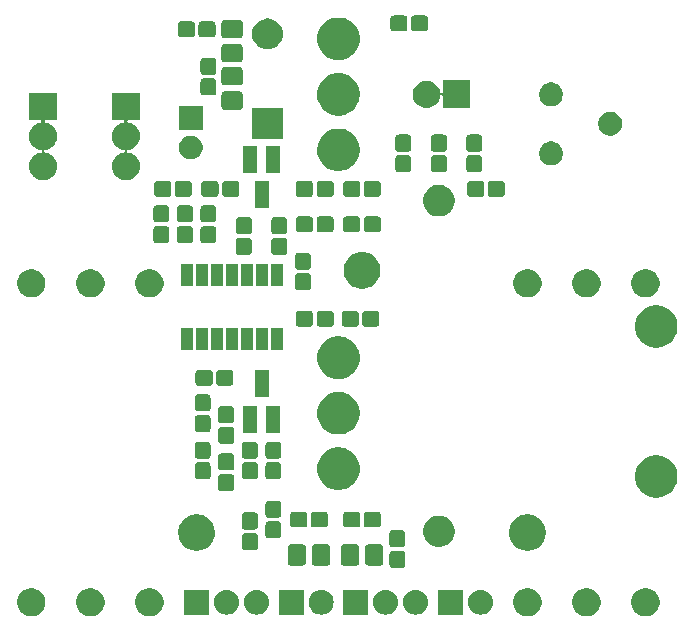
<source format=gbr>
G04 #@! TF.GenerationSoftware,KiCad,Pcbnew,(5.1.2-1)-1*
G04 #@! TF.CreationDate,2019-08-29T00:18:43-06:00*
G04 #@! TF.ProjectId,NuisanceEngine,4e756973-616e-4636-9545-6e67696e652e,rev?*
G04 #@! TF.SameCoordinates,Original*
G04 #@! TF.FileFunction,Soldermask,Top*
G04 #@! TF.FilePolarity,Negative*
%FSLAX46Y46*%
G04 Gerber Fmt 4.6, Leading zero omitted, Abs format (unit mm)*
G04 Created by KiCad (PCBNEW (5.1.2-1)-1) date 2019-08-29 00:18:43*
%MOMM*%
%LPD*%
G04 APERTURE LIST*
%ADD10C,0.100000*%
G04 APERTURE END LIST*
D10*
G36*
X106350026Y-96846115D02*
G01*
X106568411Y-96936573D01*
X106568413Y-96936574D01*
X106588506Y-96950000D01*
X106764955Y-97067899D01*
X106932101Y-97235045D01*
X107063427Y-97431589D01*
X107153885Y-97649974D01*
X107200000Y-97881809D01*
X107200000Y-98118191D01*
X107153885Y-98350026D01*
X107063427Y-98568411D01*
X107063426Y-98568413D01*
X106932101Y-98764955D01*
X106764955Y-98932101D01*
X106568413Y-99063426D01*
X106568412Y-99063427D01*
X106568411Y-99063427D01*
X106350026Y-99153885D01*
X106118191Y-99200000D01*
X105881809Y-99200000D01*
X105649974Y-99153885D01*
X105431589Y-99063427D01*
X105431588Y-99063427D01*
X105431587Y-99063426D01*
X105235045Y-98932101D01*
X105067899Y-98764955D01*
X104936574Y-98568413D01*
X104936573Y-98568411D01*
X104846115Y-98350026D01*
X104800000Y-98118191D01*
X104800000Y-97881809D01*
X104846115Y-97649974D01*
X104936573Y-97431589D01*
X105067899Y-97235045D01*
X105235045Y-97067899D01*
X105411494Y-96950000D01*
X105431587Y-96936574D01*
X105431589Y-96936573D01*
X105649974Y-96846115D01*
X105881809Y-96800000D01*
X106118191Y-96800000D01*
X106350026Y-96846115D01*
X106350026Y-96846115D01*
G37*
G36*
X101350026Y-96846115D02*
G01*
X101568411Y-96936573D01*
X101568413Y-96936574D01*
X101588506Y-96950000D01*
X101764955Y-97067899D01*
X101932101Y-97235045D01*
X102063427Y-97431589D01*
X102153885Y-97649974D01*
X102200000Y-97881809D01*
X102200000Y-98118191D01*
X102153885Y-98350026D01*
X102063427Y-98568411D01*
X102063426Y-98568413D01*
X101932101Y-98764955D01*
X101764955Y-98932101D01*
X101568413Y-99063426D01*
X101568412Y-99063427D01*
X101568411Y-99063427D01*
X101350026Y-99153885D01*
X101118191Y-99200000D01*
X100881809Y-99200000D01*
X100649974Y-99153885D01*
X100431589Y-99063427D01*
X100431588Y-99063427D01*
X100431587Y-99063426D01*
X100235045Y-98932101D01*
X100067899Y-98764955D01*
X99936574Y-98568413D01*
X99936573Y-98568411D01*
X99846115Y-98350026D01*
X99800000Y-98118191D01*
X99800000Y-97881809D01*
X99846115Y-97649974D01*
X99936573Y-97431589D01*
X100067899Y-97235045D01*
X100235045Y-97067899D01*
X100411494Y-96950000D01*
X100431587Y-96936574D01*
X100431589Y-96936573D01*
X100649974Y-96846115D01*
X100881809Y-96800000D01*
X101118191Y-96800000D01*
X101350026Y-96846115D01*
X101350026Y-96846115D01*
G37*
G36*
X96350026Y-96846115D02*
G01*
X96568411Y-96936573D01*
X96568413Y-96936574D01*
X96588506Y-96950000D01*
X96764955Y-97067899D01*
X96932101Y-97235045D01*
X97063427Y-97431589D01*
X97153885Y-97649974D01*
X97200000Y-97881809D01*
X97200000Y-98118191D01*
X97153885Y-98350026D01*
X97063427Y-98568411D01*
X97063426Y-98568413D01*
X96932101Y-98764955D01*
X96764955Y-98932101D01*
X96568413Y-99063426D01*
X96568412Y-99063427D01*
X96568411Y-99063427D01*
X96350026Y-99153885D01*
X96118191Y-99200000D01*
X95881809Y-99200000D01*
X95649974Y-99153885D01*
X95431589Y-99063427D01*
X95431588Y-99063427D01*
X95431587Y-99063426D01*
X95235045Y-98932101D01*
X95067899Y-98764955D01*
X94936574Y-98568413D01*
X94936573Y-98568411D01*
X94846115Y-98350026D01*
X94800000Y-98118191D01*
X94800000Y-97881809D01*
X94846115Y-97649974D01*
X94936573Y-97431589D01*
X95067899Y-97235045D01*
X95235045Y-97067899D01*
X95411494Y-96950000D01*
X95431587Y-96936574D01*
X95431589Y-96936573D01*
X95649974Y-96846115D01*
X95881809Y-96800000D01*
X96118191Y-96800000D01*
X96350026Y-96846115D01*
X96350026Y-96846115D01*
G37*
G36*
X64350026Y-96846115D02*
G01*
X64568411Y-96936573D01*
X64568413Y-96936574D01*
X64588506Y-96950000D01*
X64764955Y-97067899D01*
X64932101Y-97235045D01*
X65063427Y-97431589D01*
X65153885Y-97649974D01*
X65200000Y-97881809D01*
X65200000Y-98118191D01*
X65153885Y-98350026D01*
X65063427Y-98568411D01*
X65063426Y-98568413D01*
X64932101Y-98764955D01*
X64764955Y-98932101D01*
X64568413Y-99063426D01*
X64568412Y-99063427D01*
X64568411Y-99063427D01*
X64350026Y-99153885D01*
X64118191Y-99200000D01*
X63881809Y-99200000D01*
X63649974Y-99153885D01*
X63431589Y-99063427D01*
X63431588Y-99063427D01*
X63431587Y-99063426D01*
X63235045Y-98932101D01*
X63067899Y-98764955D01*
X62936574Y-98568413D01*
X62936573Y-98568411D01*
X62846115Y-98350026D01*
X62800000Y-98118191D01*
X62800000Y-97881809D01*
X62846115Y-97649974D01*
X62936573Y-97431589D01*
X63067899Y-97235045D01*
X63235045Y-97067899D01*
X63411494Y-96950000D01*
X63431587Y-96936574D01*
X63431589Y-96936573D01*
X63649974Y-96846115D01*
X63881809Y-96800000D01*
X64118191Y-96800000D01*
X64350026Y-96846115D01*
X64350026Y-96846115D01*
G37*
G36*
X59350026Y-96846115D02*
G01*
X59568411Y-96936573D01*
X59568413Y-96936574D01*
X59588506Y-96950000D01*
X59764955Y-97067899D01*
X59932101Y-97235045D01*
X60063427Y-97431589D01*
X60153885Y-97649974D01*
X60200000Y-97881809D01*
X60200000Y-98118191D01*
X60153885Y-98350026D01*
X60063427Y-98568411D01*
X60063426Y-98568413D01*
X59932101Y-98764955D01*
X59764955Y-98932101D01*
X59568413Y-99063426D01*
X59568412Y-99063427D01*
X59568411Y-99063427D01*
X59350026Y-99153885D01*
X59118191Y-99200000D01*
X58881809Y-99200000D01*
X58649974Y-99153885D01*
X58431589Y-99063427D01*
X58431588Y-99063427D01*
X58431587Y-99063426D01*
X58235045Y-98932101D01*
X58067899Y-98764955D01*
X57936574Y-98568413D01*
X57936573Y-98568411D01*
X57846115Y-98350026D01*
X57800000Y-98118191D01*
X57800000Y-97881809D01*
X57846115Y-97649974D01*
X57936573Y-97431589D01*
X58067899Y-97235045D01*
X58235045Y-97067899D01*
X58411494Y-96950000D01*
X58431587Y-96936574D01*
X58431589Y-96936573D01*
X58649974Y-96846115D01*
X58881809Y-96800000D01*
X59118191Y-96800000D01*
X59350026Y-96846115D01*
X59350026Y-96846115D01*
G37*
G36*
X54350026Y-96846115D02*
G01*
X54568411Y-96936573D01*
X54568413Y-96936574D01*
X54588506Y-96950000D01*
X54764955Y-97067899D01*
X54932101Y-97235045D01*
X55063427Y-97431589D01*
X55153885Y-97649974D01*
X55200000Y-97881809D01*
X55200000Y-98118191D01*
X55153885Y-98350026D01*
X55063427Y-98568411D01*
X55063426Y-98568413D01*
X54932101Y-98764955D01*
X54764955Y-98932101D01*
X54568413Y-99063426D01*
X54568412Y-99063427D01*
X54568411Y-99063427D01*
X54350026Y-99153885D01*
X54118191Y-99200000D01*
X53881809Y-99200000D01*
X53649974Y-99153885D01*
X53431589Y-99063427D01*
X53431588Y-99063427D01*
X53431587Y-99063426D01*
X53235045Y-98932101D01*
X53067899Y-98764955D01*
X52936574Y-98568413D01*
X52936573Y-98568411D01*
X52846115Y-98350026D01*
X52800000Y-98118191D01*
X52800000Y-97881809D01*
X52846115Y-97649974D01*
X52936573Y-97431589D01*
X53067899Y-97235045D01*
X53235045Y-97067899D01*
X53411494Y-96950000D01*
X53431587Y-96936574D01*
X53431589Y-96936573D01*
X53649974Y-96846115D01*
X53881809Y-96800000D01*
X54118191Y-96800000D01*
X54350026Y-96846115D01*
X54350026Y-96846115D01*
G37*
G36*
X77050000Y-99050000D02*
G01*
X74950000Y-99050000D01*
X74950000Y-96950000D01*
X77050000Y-96950000D01*
X77050000Y-99050000D01*
X77050000Y-99050000D01*
G37*
G36*
X73208707Y-96957596D02*
G01*
X73285836Y-96965193D01*
X73483762Y-97025233D01*
X73483765Y-97025234D01*
X73666170Y-97122732D01*
X73826055Y-97253945D01*
X73957268Y-97413830D01*
X74054766Y-97596235D01*
X74054767Y-97596238D01*
X74114807Y-97794164D01*
X74135080Y-98000000D01*
X74114807Y-98205836D01*
X74071067Y-98350027D01*
X74054766Y-98403765D01*
X73957268Y-98586170D01*
X73826055Y-98746055D01*
X73666170Y-98877268D01*
X73483765Y-98974766D01*
X73483762Y-98974767D01*
X73285836Y-99034807D01*
X73208707Y-99042403D01*
X73131580Y-99050000D01*
X73028420Y-99050000D01*
X72951293Y-99042403D01*
X72874164Y-99034807D01*
X72676238Y-98974767D01*
X72676235Y-98974766D01*
X72493830Y-98877268D01*
X72333945Y-98746055D01*
X72202732Y-98586170D01*
X72105234Y-98403765D01*
X72088933Y-98350027D01*
X72045193Y-98205836D01*
X72024920Y-98000000D01*
X72045193Y-97794164D01*
X72105233Y-97596238D01*
X72105234Y-97596235D01*
X72202732Y-97413830D01*
X72333945Y-97253945D01*
X72493830Y-97122732D01*
X72676235Y-97025234D01*
X72676238Y-97025233D01*
X72874164Y-96965193D01*
X72951293Y-96957596D01*
X73028420Y-96950000D01*
X73131580Y-96950000D01*
X73208707Y-96957596D01*
X73208707Y-96957596D01*
G37*
G36*
X70668707Y-96957596D02*
G01*
X70745836Y-96965193D01*
X70943762Y-97025233D01*
X70943765Y-97025234D01*
X71126170Y-97122732D01*
X71286055Y-97253945D01*
X71417268Y-97413830D01*
X71514766Y-97596235D01*
X71514767Y-97596238D01*
X71574807Y-97794164D01*
X71595080Y-98000000D01*
X71574807Y-98205836D01*
X71531067Y-98350027D01*
X71514766Y-98403765D01*
X71417268Y-98586170D01*
X71286055Y-98746055D01*
X71126170Y-98877268D01*
X70943765Y-98974766D01*
X70943762Y-98974767D01*
X70745836Y-99034807D01*
X70668707Y-99042403D01*
X70591580Y-99050000D01*
X70488420Y-99050000D01*
X70411293Y-99042403D01*
X70334164Y-99034807D01*
X70136238Y-98974767D01*
X70136235Y-98974766D01*
X69953830Y-98877268D01*
X69793945Y-98746055D01*
X69662732Y-98586170D01*
X69565234Y-98403765D01*
X69548933Y-98350027D01*
X69505193Y-98205836D01*
X69484920Y-98000000D01*
X69505193Y-97794164D01*
X69565233Y-97596238D01*
X69565234Y-97596235D01*
X69662732Y-97413830D01*
X69793945Y-97253945D01*
X69953830Y-97122732D01*
X70136235Y-97025234D01*
X70136238Y-97025233D01*
X70334164Y-96965193D01*
X70411293Y-96957596D01*
X70488420Y-96950000D01*
X70591580Y-96950000D01*
X70668707Y-96957596D01*
X70668707Y-96957596D01*
G37*
G36*
X69050000Y-99050000D02*
G01*
X66950000Y-99050000D01*
X66950000Y-96950000D01*
X69050000Y-96950000D01*
X69050000Y-99050000D01*
X69050000Y-99050000D01*
G37*
G36*
X92168707Y-96957596D02*
G01*
X92245836Y-96965193D01*
X92443762Y-97025233D01*
X92443765Y-97025234D01*
X92626170Y-97122732D01*
X92786055Y-97253945D01*
X92917268Y-97413830D01*
X93014766Y-97596235D01*
X93014767Y-97596238D01*
X93074807Y-97794164D01*
X93095080Y-98000000D01*
X93074807Y-98205836D01*
X93031067Y-98350027D01*
X93014766Y-98403765D01*
X92917268Y-98586170D01*
X92786055Y-98746055D01*
X92626170Y-98877268D01*
X92443765Y-98974766D01*
X92443762Y-98974767D01*
X92245836Y-99034807D01*
X92168707Y-99042403D01*
X92091580Y-99050000D01*
X91988420Y-99050000D01*
X91911293Y-99042403D01*
X91834164Y-99034807D01*
X91636238Y-98974767D01*
X91636235Y-98974766D01*
X91453830Y-98877268D01*
X91293945Y-98746055D01*
X91162732Y-98586170D01*
X91065234Y-98403765D01*
X91048933Y-98350027D01*
X91005193Y-98205836D01*
X90984920Y-98000000D01*
X91005193Y-97794164D01*
X91065233Y-97596238D01*
X91065234Y-97596235D01*
X91162732Y-97413830D01*
X91293945Y-97253945D01*
X91453830Y-97122732D01*
X91636235Y-97025234D01*
X91636238Y-97025233D01*
X91834164Y-96965193D01*
X91911293Y-96957596D01*
X91988420Y-96950000D01*
X92091580Y-96950000D01*
X92168707Y-96957596D01*
X92168707Y-96957596D01*
G37*
G36*
X90550000Y-99050000D02*
G01*
X88450000Y-99050000D01*
X88450000Y-96950000D01*
X90550000Y-96950000D01*
X90550000Y-99050000D01*
X90550000Y-99050000D01*
G37*
G36*
X78668707Y-96957596D02*
G01*
X78745836Y-96965193D01*
X78943762Y-97025233D01*
X78943765Y-97025234D01*
X79126170Y-97122732D01*
X79286055Y-97253945D01*
X79417268Y-97413830D01*
X79514766Y-97596235D01*
X79514767Y-97596238D01*
X79574807Y-97794164D01*
X79595080Y-98000000D01*
X79574807Y-98205836D01*
X79531067Y-98350027D01*
X79514766Y-98403765D01*
X79417268Y-98586170D01*
X79286055Y-98746055D01*
X79126170Y-98877268D01*
X78943765Y-98974766D01*
X78943762Y-98974767D01*
X78745836Y-99034807D01*
X78668707Y-99042403D01*
X78591580Y-99050000D01*
X78488420Y-99050000D01*
X78411293Y-99042403D01*
X78334164Y-99034807D01*
X78136238Y-98974767D01*
X78136235Y-98974766D01*
X77953830Y-98877268D01*
X77793945Y-98746055D01*
X77662732Y-98586170D01*
X77565234Y-98403765D01*
X77548933Y-98350027D01*
X77505193Y-98205836D01*
X77484920Y-98000000D01*
X77505193Y-97794164D01*
X77565233Y-97596238D01*
X77565234Y-97596235D01*
X77662732Y-97413830D01*
X77793945Y-97253945D01*
X77953830Y-97122732D01*
X78136235Y-97025234D01*
X78136238Y-97025233D01*
X78334164Y-96965193D01*
X78411293Y-96957596D01*
X78488420Y-96950000D01*
X78591580Y-96950000D01*
X78668707Y-96957596D01*
X78668707Y-96957596D01*
G37*
G36*
X82510000Y-99050000D02*
G01*
X80410000Y-99050000D01*
X80410000Y-96950000D01*
X82510000Y-96950000D01*
X82510000Y-99050000D01*
X82510000Y-99050000D01*
G37*
G36*
X84128707Y-96957596D02*
G01*
X84205836Y-96965193D01*
X84403762Y-97025233D01*
X84403765Y-97025234D01*
X84586170Y-97122732D01*
X84746055Y-97253945D01*
X84877268Y-97413830D01*
X84974766Y-97596235D01*
X84974767Y-97596238D01*
X85034807Y-97794164D01*
X85055080Y-98000000D01*
X85034807Y-98205836D01*
X84991067Y-98350027D01*
X84974766Y-98403765D01*
X84877268Y-98586170D01*
X84746055Y-98746055D01*
X84586170Y-98877268D01*
X84403765Y-98974766D01*
X84403762Y-98974767D01*
X84205836Y-99034807D01*
X84128707Y-99042403D01*
X84051580Y-99050000D01*
X83948420Y-99050000D01*
X83871293Y-99042403D01*
X83794164Y-99034807D01*
X83596238Y-98974767D01*
X83596235Y-98974766D01*
X83413830Y-98877268D01*
X83253945Y-98746055D01*
X83122732Y-98586170D01*
X83025234Y-98403765D01*
X83008933Y-98350027D01*
X82965193Y-98205836D01*
X82944920Y-98000000D01*
X82965193Y-97794164D01*
X83025233Y-97596238D01*
X83025234Y-97596235D01*
X83122732Y-97413830D01*
X83253945Y-97253945D01*
X83413830Y-97122732D01*
X83596235Y-97025234D01*
X83596238Y-97025233D01*
X83794164Y-96965193D01*
X83871293Y-96957596D01*
X83948420Y-96950000D01*
X84051580Y-96950000D01*
X84128707Y-96957596D01*
X84128707Y-96957596D01*
G37*
G36*
X86668707Y-96957596D02*
G01*
X86745836Y-96965193D01*
X86943762Y-97025233D01*
X86943765Y-97025234D01*
X87126170Y-97122732D01*
X87286055Y-97253945D01*
X87417268Y-97413830D01*
X87514766Y-97596235D01*
X87514767Y-97596238D01*
X87574807Y-97794164D01*
X87595080Y-98000000D01*
X87574807Y-98205836D01*
X87531067Y-98350027D01*
X87514766Y-98403765D01*
X87417268Y-98586170D01*
X87286055Y-98746055D01*
X87126170Y-98877268D01*
X86943765Y-98974766D01*
X86943762Y-98974767D01*
X86745836Y-99034807D01*
X86668707Y-99042403D01*
X86591580Y-99050000D01*
X86488420Y-99050000D01*
X86411293Y-99042403D01*
X86334164Y-99034807D01*
X86136238Y-98974767D01*
X86136235Y-98974766D01*
X85953830Y-98877268D01*
X85793945Y-98746055D01*
X85662732Y-98586170D01*
X85565234Y-98403765D01*
X85548933Y-98350027D01*
X85505193Y-98205836D01*
X85484920Y-98000000D01*
X85505193Y-97794164D01*
X85565233Y-97596238D01*
X85565234Y-97596235D01*
X85662732Y-97413830D01*
X85793945Y-97253945D01*
X85953830Y-97122732D01*
X86136235Y-97025234D01*
X86136238Y-97025233D01*
X86334164Y-96965193D01*
X86411293Y-96957596D01*
X86488420Y-96950000D01*
X86591580Y-96950000D01*
X86668707Y-96957596D01*
X86668707Y-96957596D01*
G37*
G36*
X85453530Y-93655877D02*
G01*
X85505010Y-93671493D01*
X85552445Y-93696848D01*
X85594027Y-93730973D01*
X85628152Y-93772555D01*
X85653507Y-93819990D01*
X85669123Y-93871470D01*
X85675000Y-93931140D01*
X85675000Y-94818860D01*
X85669123Y-94878530D01*
X85653507Y-94930010D01*
X85628152Y-94977445D01*
X85594027Y-95019027D01*
X85552445Y-95053152D01*
X85505010Y-95078507D01*
X85453530Y-95094123D01*
X85393860Y-95100000D01*
X84606140Y-95100000D01*
X84546470Y-95094123D01*
X84494990Y-95078507D01*
X84447555Y-95053152D01*
X84405973Y-95019027D01*
X84371848Y-94977445D01*
X84346493Y-94930010D01*
X84330877Y-94878530D01*
X84325000Y-94818860D01*
X84325000Y-93931140D01*
X84330877Y-93871470D01*
X84346493Y-93819990D01*
X84371848Y-93772555D01*
X84405973Y-93730973D01*
X84447555Y-93696848D01*
X84494990Y-93671493D01*
X84546470Y-93655877D01*
X84606140Y-93650000D01*
X85393860Y-93650000D01*
X85453530Y-93655877D01*
X85453530Y-93655877D01*
G37*
G36*
X83585529Y-93105710D02*
G01*
X83635378Y-93120831D01*
X83681310Y-93145382D01*
X83721574Y-93178426D01*
X83754618Y-93218690D01*
X83779169Y-93264622D01*
X83794290Y-93314471D01*
X83800000Y-93372444D01*
X83800000Y-94627556D01*
X83794290Y-94685529D01*
X83779169Y-94735378D01*
X83754618Y-94781310D01*
X83721574Y-94821574D01*
X83681310Y-94854618D01*
X83635378Y-94879169D01*
X83585529Y-94894290D01*
X83527556Y-94900000D01*
X82522444Y-94900000D01*
X82464471Y-94894290D01*
X82414622Y-94879169D01*
X82368690Y-94854618D01*
X82328426Y-94821574D01*
X82295382Y-94781310D01*
X82270831Y-94735378D01*
X82255710Y-94685529D01*
X82250000Y-94627556D01*
X82250000Y-93372444D01*
X82255710Y-93314471D01*
X82270831Y-93264622D01*
X82295382Y-93218690D01*
X82328426Y-93178426D01*
X82368690Y-93145382D01*
X82414622Y-93120831D01*
X82464471Y-93105710D01*
X82522444Y-93100000D01*
X83527556Y-93100000D01*
X83585529Y-93105710D01*
X83585529Y-93105710D01*
G37*
G36*
X81535529Y-93105710D02*
G01*
X81585378Y-93120831D01*
X81631310Y-93145382D01*
X81671574Y-93178426D01*
X81704618Y-93218690D01*
X81729169Y-93264622D01*
X81744290Y-93314471D01*
X81750000Y-93372444D01*
X81750000Y-94627556D01*
X81744290Y-94685529D01*
X81729169Y-94735378D01*
X81704618Y-94781310D01*
X81671574Y-94821574D01*
X81631310Y-94854618D01*
X81585378Y-94879169D01*
X81535529Y-94894290D01*
X81477556Y-94900000D01*
X80472444Y-94900000D01*
X80414471Y-94894290D01*
X80364622Y-94879169D01*
X80318690Y-94854618D01*
X80278426Y-94821574D01*
X80245382Y-94781310D01*
X80220831Y-94735378D01*
X80205710Y-94685529D01*
X80200000Y-94627556D01*
X80200000Y-93372444D01*
X80205710Y-93314471D01*
X80220831Y-93264622D01*
X80245382Y-93218690D01*
X80278426Y-93178426D01*
X80318690Y-93145382D01*
X80364622Y-93120831D01*
X80414471Y-93105710D01*
X80472444Y-93100000D01*
X81477556Y-93100000D01*
X81535529Y-93105710D01*
X81535529Y-93105710D01*
G37*
G36*
X79085529Y-93105710D02*
G01*
X79135378Y-93120831D01*
X79181310Y-93145382D01*
X79221574Y-93178426D01*
X79254618Y-93218690D01*
X79279169Y-93264622D01*
X79294290Y-93314471D01*
X79300000Y-93372444D01*
X79300000Y-94627556D01*
X79294290Y-94685529D01*
X79279169Y-94735378D01*
X79254618Y-94781310D01*
X79221574Y-94821574D01*
X79181310Y-94854618D01*
X79135378Y-94879169D01*
X79085529Y-94894290D01*
X79027556Y-94900000D01*
X78022444Y-94900000D01*
X77964471Y-94894290D01*
X77914622Y-94879169D01*
X77868690Y-94854618D01*
X77828426Y-94821574D01*
X77795382Y-94781310D01*
X77770831Y-94735378D01*
X77755710Y-94685529D01*
X77750000Y-94627556D01*
X77750000Y-93372444D01*
X77755710Y-93314471D01*
X77770831Y-93264622D01*
X77795382Y-93218690D01*
X77828426Y-93178426D01*
X77868690Y-93145382D01*
X77914622Y-93120831D01*
X77964471Y-93105710D01*
X78022444Y-93100000D01*
X79027556Y-93100000D01*
X79085529Y-93105710D01*
X79085529Y-93105710D01*
G37*
G36*
X77035529Y-93105710D02*
G01*
X77085378Y-93120831D01*
X77131310Y-93145382D01*
X77171574Y-93178426D01*
X77204618Y-93218690D01*
X77229169Y-93264622D01*
X77244290Y-93314471D01*
X77250000Y-93372444D01*
X77250000Y-94627556D01*
X77244290Y-94685529D01*
X77229169Y-94735378D01*
X77204618Y-94781310D01*
X77171574Y-94821574D01*
X77131310Y-94854618D01*
X77085378Y-94879169D01*
X77035529Y-94894290D01*
X76977556Y-94900000D01*
X75972444Y-94900000D01*
X75914471Y-94894290D01*
X75864622Y-94879169D01*
X75818690Y-94854618D01*
X75778426Y-94821574D01*
X75745382Y-94781310D01*
X75720831Y-94735378D01*
X75705710Y-94685529D01*
X75700000Y-94627556D01*
X75700000Y-93372444D01*
X75705710Y-93314471D01*
X75720831Y-93264622D01*
X75745382Y-93218690D01*
X75778426Y-93178426D01*
X75818690Y-93145382D01*
X75864622Y-93120831D01*
X75914471Y-93105710D01*
X75972444Y-93100000D01*
X76977556Y-93100000D01*
X77035529Y-93105710D01*
X77035529Y-93105710D01*
G37*
G36*
X68295153Y-90578343D02*
G01*
X68452118Y-90609565D01*
X68497903Y-90628530D01*
X68734199Y-90726407D01*
X68771228Y-90751149D01*
X68988068Y-90896036D01*
X69203964Y-91111932D01*
X69267405Y-91206879D01*
X69373593Y-91365801D01*
X69375140Y-91369537D01*
X69490435Y-91647882D01*
X69500803Y-91700005D01*
X69550000Y-91947337D01*
X69550000Y-92252663D01*
X69522353Y-92391656D01*
X69490435Y-92552118D01*
X69473036Y-92594123D01*
X69373593Y-92834199D01*
X69373592Y-92834200D01*
X69203964Y-93088068D01*
X68988068Y-93303964D01*
X68876471Y-93378530D01*
X68734199Y-93473593D01*
X68624511Y-93519027D01*
X68452118Y-93590435D01*
X68302390Y-93620217D01*
X68152663Y-93650000D01*
X67847337Y-93650000D01*
X67697610Y-93620217D01*
X67547882Y-93590435D01*
X67375489Y-93519027D01*
X67265801Y-93473593D01*
X67123529Y-93378530D01*
X67011932Y-93303964D01*
X66796036Y-93088068D01*
X66626408Y-92834200D01*
X66626407Y-92834199D01*
X66526964Y-92594123D01*
X66509565Y-92552118D01*
X66477647Y-92391656D01*
X66450000Y-92252663D01*
X66450000Y-91947337D01*
X66499197Y-91700005D01*
X66509565Y-91647882D01*
X66624860Y-91369537D01*
X66626407Y-91365801D01*
X66732595Y-91206879D01*
X66796036Y-91111932D01*
X67011932Y-90896036D01*
X67228772Y-90751149D01*
X67265801Y-90726407D01*
X67502097Y-90628530D01*
X67547882Y-90609565D01*
X67704847Y-90578343D01*
X67847337Y-90550000D01*
X68152663Y-90550000D01*
X68295153Y-90578343D01*
X68295153Y-90578343D01*
G37*
G36*
X96295153Y-90578343D02*
G01*
X96452118Y-90609565D01*
X96497903Y-90628530D01*
X96734199Y-90726407D01*
X96771228Y-90751149D01*
X96988068Y-90896036D01*
X97203964Y-91111932D01*
X97267405Y-91206879D01*
X97373593Y-91365801D01*
X97375140Y-91369537D01*
X97490435Y-91647882D01*
X97500803Y-91700005D01*
X97550000Y-91947337D01*
X97550000Y-92252663D01*
X97522353Y-92391656D01*
X97490435Y-92552118D01*
X97473036Y-92594123D01*
X97373593Y-92834199D01*
X97373592Y-92834200D01*
X97203964Y-93088068D01*
X96988068Y-93303964D01*
X96876471Y-93378530D01*
X96734199Y-93473593D01*
X96624511Y-93519027D01*
X96452118Y-93590435D01*
X96302390Y-93620217D01*
X96152663Y-93650000D01*
X95847337Y-93650000D01*
X95697610Y-93620217D01*
X95547882Y-93590435D01*
X95375489Y-93519027D01*
X95265801Y-93473593D01*
X95123529Y-93378530D01*
X95011932Y-93303964D01*
X94796036Y-93088068D01*
X94626408Y-92834200D01*
X94626407Y-92834199D01*
X94526964Y-92594123D01*
X94509565Y-92552118D01*
X94477647Y-92391656D01*
X94450000Y-92252663D01*
X94450000Y-91947337D01*
X94499197Y-91700005D01*
X94509565Y-91647882D01*
X94624860Y-91369537D01*
X94626407Y-91365801D01*
X94732595Y-91206879D01*
X94796036Y-91111932D01*
X95011932Y-90896036D01*
X95228772Y-90751149D01*
X95265801Y-90726407D01*
X95502097Y-90628530D01*
X95547882Y-90609565D01*
X95704847Y-90578343D01*
X95847337Y-90550000D01*
X96152663Y-90550000D01*
X96295153Y-90578343D01*
X96295153Y-90578343D01*
G37*
G36*
X72953530Y-92155877D02*
G01*
X73005010Y-92171493D01*
X73052445Y-92196848D01*
X73094027Y-92230973D01*
X73128152Y-92272555D01*
X73153507Y-92319990D01*
X73169123Y-92371470D01*
X73175000Y-92431140D01*
X73175000Y-93318860D01*
X73169123Y-93378530D01*
X73153507Y-93430010D01*
X73128152Y-93477445D01*
X73094027Y-93519027D01*
X73052445Y-93553152D01*
X73005010Y-93578507D01*
X72953530Y-93594123D01*
X72893860Y-93600000D01*
X72106140Y-93600000D01*
X72046470Y-93594123D01*
X71994990Y-93578507D01*
X71947555Y-93553152D01*
X71905973Y-93519027D01*
X71871848Y-93477445D01*
X71846493Y-93430010D01*
X71830877Y-93378530D01*
X71825000Y-93318860D01*
X71825000Y-92431140D01*
X71830877Y-92371470D01*
X71846493Y-92319990D01*
X71871848Y-92272555D01*
X71905973Y-92230973D01*
X71947555Y-92196848D01*
X71994990Y-92171493D01*
X72046470Y-92155877D01*
X72106140Y-92150000D01*
X72893860Y-92150000D01*
X72953530Y-92155877D01*
X72953530Y-92155877D01*
G37*
G36*
X85453530Y-91905877D02*
G01*
X85505010Y-91921493D01*
X85552445Y-91946848D01*
X85594027Y-91980973D01*
X85628152Y-92022555D01*
X85653507Y-92069990D01*
X85669123Y-92121470D01*
X85675000Y-92181140D01*
X85675000Y-93068860D01*
X85669123Y-93128530D01*
X85653507Y-93180010D01*
X85628152Y-93227445D01*
X85594027Y-93269027D01*
X85552445Y-93303152D01*
X85505010Y-93328507D01*
X85453530Y-93344123D01*
X85393860Y-93350000D01*
X84606140Y-93350000D01*
X84546470Y-93344123D01*
X84494990Y-93328507D01*
X84447555Y-93303152D01*
X84405973Y-93269027D01*
X84371848Y-93227445D01*
X84346493Y-93180010D01*
X84330877Y-93128530D01*
X84325000Y-93068860D01*
X84325000Y-92181140D01*
X84330877Y-92121470D01*
X84346493Y-92069990D01*
X84371848Y-92022555D01*
X84405973Y-91980973D01*
X84447555Y-91946848D01*
X84494990Y-91921493D01*
X84546470Y-91905877D01*
X84606140Y-91900000D01*
X85393860Y-91900000D01*
X85453530Y-91905877D01*
X85453530Y-91905877D01*
G37*
G36*
X88888237Y-90720149D02*
G01*
X89130463Y-90820482D01*
X89130465Y-90820483D01*
X89348463Y-90966145D01*
X89533855Y-91151537D01*
X89646412Y-91319990D01*
X89679518Y-91369537D01*
X89779851Y-91611763D01*
X89831000Y-91868907D01*
X89831000Y-92131093D01*
X89779851Y-92388237D01*
X89701039Y-92578507D01*
X89679517Y-92630465D01*
X89533855Y-92848463D01*
X89348463Y-93033855D01*
X89130465Y-93179517D01*
X89130464Y-93179518D01*
X89130463Y-93179518D01*
X88888237Y-93279851D01*
X88631093Y-93331000D01*
X88368907Y-93331000D01*
X88111763Y-93279851D01*
X87869537Y-93179518D01*
X87869536Y-93179518D01*
X87869535Y-93179517D01*
X87651537Y-93033855D01*
X87466145Y-92848463D01*
X87320483Y-92630465D01*
X87298961Y-92578507D01*
X87220149Y-92388237D01*
X87169000Y-92131093D01*
X87169000Y-91868907D01*
X87220149Y-91611763D01*
X87320482Y-91369537D01*
X87353588Y-91319990D01*
X87466145Y-91151537D01*
X87651537Y-90966145D01*
X87869535Y-90820483D01*
X87869537Y-90820482D01*
X88111763Y-90720149D01*
X88368907Y-90669000D01*
X88631093Y-90669000D01*
X88888237Y-90720149D01*
X88888237Y-90720149D01*
G37*
G36*
X74953530Y-91155877D02*
G01*
X75005010Y-91171493D01*
X75052445Y-91196848D01*
X75094027Y-91230973D01*
X75128152Y-91272555D01*
X75153507Y-91319990D01*
X75169123Y-91371470D01*
X75175000Y-91431140D01*
X75175000Y-92318860D01*
X75169123Y-92378530D01*
X75153507Y-92430010D01*
X75128152Y-92477445D01*
X75094027Y-92519027D01*
X75052445Y-92553152D01*
X75005010Y-92578507D01*
X74953530Y-92594123D01*
X74893860Y-92600000D01*
X74106140Y-92600000D01*
X74046470Y-92594123D01*
X73994990Y-92578507D01*
X73947555Y-92553152D01*
X73905973Y-92519027D01*
X73871848Y-92477445D01*
X73846493Y-92430010D01*
X73830877Y-92378530D01*
X73825000Y-92318860D01*
X73825000Y-91431140D01*
X73830877Y-91371470D01*
X73846493Y-91319990D01*
X73871848Y-91272555D01*
X73905973Y-91230973D01*
X73947555Y-91196848D01*
X73994990Y-91171493D01*
X74046470Y-91155877D01*
X74106140Y-91150000D01*
X74893860Y-91150000D01*
X74953530Y-91155877D01*
X74953530Y-91155877D01*
G37*
G36*
X72953530Y-90405877D02*
G01*
X73005010Y-90421493D01*
X73052445Y-90446848D01*
X73094027Y-90480973D01*
X73128152Y-90522555D01*
X73153507Y-90569990D01*
X73169123Y-90621470D01*
X73175000Y-90681140D01*
X73175000Y-91568860D01*
X73169123Y-91628530D01*
X73153507Y-91680010D01*
X73128152Y-91727445D01*
X73094027Y-91769027D01*
X73052445Y-91803152D01*
X73005010Y-91828507D01*
X72953530Y-91844123D01*
X72893860Y-91850000D01*
X72106140Y-91850000D01*
X72046470Y-91844123D01*
X71994990Y-91828507D01*
X71947555Y-91803152D01*
X71905973Y-91769027D01*
X71871848Y-91727445D01*
X71846493Y-91680010D01*
X71830877Y-91628530D01*
X71825000Y-91568860D01*
X71825000Y-90681140D01*
X71830877Y-90621470D01*
X71846493Y-90569990D01*
X71871848Y-90522555D01*
X71905973Y-90480973D01*
X71947555Y-90446848D01*
X71994990Y-90421493D01*
X72046470Y-90405877D01*
X72106140Y-90400000D01*
X72893860Y-90400000D01*
X72953530Y-90405877D01*
X72953530Y-90405877D01*
G37*
G36*
X81628530Y-90330877D02*
G01*
X81680010Y-90346493D01*
X81727445Y-90371848D01*
X81769027Y-90405973D01*
X81803152Y-90447555D01*
X81828507Y-90494990D01*
X81844123Y-90546470D01*
X81850000Y-90606140D01*
X81850000Y-91393860D01*
X81844123Y-91453530D01*
X81828507Y-91505010D01*
X81803152Y-91552445D01*
X81769027Y-91594027D01*
X81727445Y-91628152D01*
X81680010Y-91653507D01*
X81628530Y-91669123D01*
X81568860Y-91675000D01*
X80681140Y-91675000D01*
X80621470Y-91669123D01*
X80569990Y-91653507D01*
X80522555Y-91628152D01*
X80480973Y-91594027D01*
X80446848Y-91552445D01*
X80421493Y-91505010D01*
X80405877Y-91453530D01*
X80400000Y-91393860D01*
X80400000Y-90606140D01*
X80405877Y-90546470D01*
X80421493Y-90494990D01*
X80446848Y-90447555D01*
X80480973Y-90405973D01*
X80522555Y-90371848D01*
X80569990Y-90346493D01*
X80621470Y-90330877D01*
X80681140Y-90325000D01*
X81568860Y-90325000D01*
X81628530Y-90330877D01*
X81628530Y-90330877D01*
G37*
G36*
X83378530Y-90330877D02*
G01*
X83430010Y-90346493D01*
X83477445Y-90371848D01*
X83519027Y-90405973D01*
X83553152Y-90447555D01*
X83578507Y-90494990D01*
X83594123Y-90546470D01*
X83600000Y-90606140D01*
X83600000Y-91393860D01*
X83594123Y-91453530D01*
X83578507Y-91505010D01*
X83553152Y-91552445D01*
X83519027Y-91594027D01*
X83477445Y-91628152D01*
X83430010Y-91653507D01*
X83378530Y-91669123D01*
X83318860Y-91675000D01*
X82431140Y-91675000D01*
X82371470Y-91669123D01*
X82319990Y-91653507D01*
X82272555Y-91628152D01*
X82230973Y-91594027D01*
X82196848Y-91552445D01*
X82171493Y-91505010D01*
X82155877Y-91453530D01*
X82150000Y-91393860D01*
X82150000Y-90606140D01*
X82155877Y-90546470D01*
X82171493Y-90494990D01*
X82196848Y-90447555D01*
X82230973Y-90405973D01*
X82272555Y-90371848D01*
X82319990Y-90346493D01*
X82371470Y-90330877D01*
X82431140Y-90325000D01*
X83318860Y-90325000D01*
X83378530Y-90330877D01*
X83378530Y-90330877D01*
G37*
G36*
X78878530Y-90330877D02*
G01*
X78930010Y-90346493D01*
X78977445Y-90371848D01*
X79019027Y-90405973D01*
X79053152Y-90447555D01*
X79078507Y-90494990D01*
X79094123Y-90546470D01*
X79100000Y-90606140D01*
X79100000Y-91393860D01*
X79094123Y-91453530D01*
X79078507Y-91505010D01*
X79053152Y-91552445D01*
X79019027Y-91594027D01*
X78977445Y-91628152D01*
X78930010Y-91653507D01*
X78878530Y-91669123D01*
X78818860Y-91675000D01*
X77931140Y-91675000D01*
X77871470Y-91669123D01*
X77819990Y-91653507D01*
X77772555Y-91628152D01*
X77730973Y-91594027D01*
X77696848Y-91552445D01*
X77671493Y-91505010D01*
X77655877Y-91453530D01*
X77650000Y-91393860D01*
X77650000Y-90606140D01*
X77655877Y-90546470D01*
X77671493Y-90494990D01*
X77696848Y-90447555D01*
X77730973Y-90405973D01*
X77772555Y-90371848D01*
X77819990Y-90346493D01*
X77871470Y-90330877D01*
X77931140Y-90325000D01*
X78818860Y-90325000D01*
X78878530Y-90330877D01*
X78878530Y-90330877D01*
G37*
G36*
X77128530Y-90330877D02*
G01*
X77180010Y-90346493D01*
X77227445Y-90371848D01*
X77269027Y-90405973D01*
X77303152Y-90447555D01*
X77328507Y-90494990D01*
X77344123Y-90546470D01*
X77350000Y-90606140D01*
X77350000Y-91393860D01*
X77344123Y-91453530D01*
X77328507Y-91505010D01*
X77303152Y-91552445D01*
X77269027Y-91594027D01*
X77227445Y-91628152D01*
X77180010Y-91653507D01*
X77128530Y-91669123D01*
X77068860Y-91675000D01*
X76181140Y-91675000D01*
X76121470Y-91669123D01*
X76069990Y-91653507D01*
X76022555Y-91628152D01*
X75980973Y-91594027D01*
X75946848Y-91552445D01*
X75921493Y-91505010D01*
X75905877Y-91453530D01*
X75900000Y-91393860D01*
X75900000Y-90606140D01*
X75905877Y-90546470D01*
X75921493Y-90494990D01*
X75946848Y-90447555D01*
X75980973Y-90405973D01*
X76022555Y-90371848D01*
X76069990Y-90346493D01*
X76121470Y-90330877D01*
X76181140Y-90325000D01*
X77068860Y-90325000D01*
X77128530Y-90330877D01*
X77128530Y-90330877D01*
G37*
G36*
X74953530Y-89405877D02*
G01*
X75005010Y-89421493D01*
X75052445Y-89446848D01*
X75094027Y-89480973D01*
X75128152Y-89522555D01*
X75153507Y-89569990D01*
X75169123Y-89621470D01*
X75175000Y-89681140D01*
X75175000Y-90568860D01*
X75169123Y-90628530D01*
X75153507Y-90680010D01*
X75128152Y-90727445D01*
X75094027Y-90769027D01*
X75052445Y-90803152D01*
X75005010Y-90828507D01*
X74953530Y-90844123D01*
X74893860Y-90850000D01*
X74106140Y-90850000D01*
X74046470Y-90844123D01*
X73994990Y-90828507D01*
X73947555Y-90803152D01*
X73905973Y-90769027D01*
X73871848Y-90727445D01*
X73846493Y-90680010D01*
X73830877Y-90628530D01*
X73825000Y-90568860D01*
X73825000Y-89681140D01*
X73830877Y-89621470D01*
X73846493Y-89569990D01*
X73871848Y-89522555D01*
X73905973Y-89480973D01*
X73947555Y-89446848D01*
X73994990Y-89421493D01*
X74046470Y-89405877D01*
X74106140Y-89400000D01*
X74893860Y-89400000D01*
X74953530Y-89405877D01*
X74953530Y-89405877D01*
G37*
G36*
X107251163Y-85584587D02*
G01*
X107425041Y-85619173D01*
X107620186Y-85700005D01*
X107743659Y-85751149D01*
X107752620Y-85754861D01*
X108047433Y-85951849D01*
X108298151Y-86202567D01*
X108495139Y-86497380D01*
X108630827Y-86824959D01*
X108634518Y-86843515D01*
X108700000Y-87172714D01*
X108700000Y-87527286D01*
X108694855Y-87553152D01*
X108630827Y-87875041D01*
X108495139Y-88202620D01*
X108298151Y-88497433D01*
X108047433Y-88748151D01*
X107752620Y-88945139D01*
X107425041Y-89080827D01*
X107251162Y-89115414D01*
X107077286Y-89150000D01*
X106722714Y-89150000D01*
X106548838Y-89115414D01*
X106374959Y-89080827D01*
X106047380Y-88945139D01*
X105752567Y-88748151D01*
X105501849Y-88497433D01*
X105304861Y-88202620D01*
X105169173Y-87875041D01*
X105105145Y-87553152D01*
X105100000Y-87527286D01*
X105100000Y-87172714D01*
X105165482Y-86843515D01*
X105169173Y-86824959D01*
X105304861Y-86497380D01*
X105501849Y-86202567D01*
X105752567Y-85951849D01*
X106047380Y-85754861D01*
X106056342Y-85751149D01*
X106179814Y-85700005D01*
X106374959Y-85619173D01*
X106548837Y-85584587D01*
X106722714Y-85550000D01*
X107077286Y-85550000D01*
X107251163Y-85584587D01*
X107251163Y-85584587D01*
G37*
G36*
X70953530Y-87155877D02*
G01*
X71005010Y-87171493D01*
X71052445Y-87196848D01*
X71094027Y-87230973D01*
X71128152Y-87272555D01*
X71153507Y-87319990D01*
X71169123Y-87371470D01*
X71175000Y-87431140D01*
X71175000Y-88318860D01*
X71169123Y-88378530D01*
X71153507Y-88430010D01*
X71128152Y-88477445D01*
X71094027Y-88519027D01*
X71052445Y-88553152D01*
X71005010Y-88578507D01*
X70953530Y-88594123D01*
X70893860Y-88600000D01*
X70106140Y-88600000D01*
X70046470Y-88594123D01*
X69994990Y-88578507D01*
X69947555Y-88553152D01*
X69905973Y-88519027D01*
X69871848Y-88477445D01*
X69846493Y-88430010D01*
X69830877Y-88378530D01*
X69825000Y-88318860D01*
X69825000Y-87431140D01*
X69830877Y-87371470D01*
X69846493Y-87319990D01*
X69871848Y-87272555D01*
X69905973Y-87230973D01*
X69947555Y-87196848D01*
X69994990Y-87171493D01*
X70046470Y-87155877D01*
X70106140Y-87150000D01*
X70893860Y-87150000D01*
X70953530Y-87155877D01*
X70953530Y-87155877D01*
G37*
G36*
X80351163Y-84934587D02*
G01*
X80525041Y-84969173D01*
X80852620Y-85104861D01*
X81147433Y-85301849D01*
X81398151Y-85552567D01*
X81595139Y-85847380D01*
X81730827Y-86174959D01*
X81737176Y-86206879D01*
X81794961Y-86497380D01*
X81800000Y-86522716D01*
X81800000Y-86877284D01*
X81730827Y-87225041D01*
X81595139Y-87552620D01*
X81398151Y-87847433D01*
X81147433Y-88098151D01*
X80852620Y-88295139D01*
X80525041Y-88430827D01*
X80428626Y-88450005D01*
X80177286Y-88500000D01*
X79822714Y-88500000D01*
X79571374Y-88450005D01*
X79474959Y-88430827D01*
X79147380Y-88295139D01*
X78852567Y-88098151D01*
X78601849Y-87847433D01*
X78404861Y-87552620D01*
X78269173Y-87225041D01*
X78200000Y-86877284D01*
X78200000Y-86522716D01*
X78205040Y-86497380D01*
X78262824Y-86206879D01*
X78269173Y-86174959D01*
X78404861Y-85847380D01*
X78601849Y-85552567D01*
X78852567Y-85301849D01*
X79147380Y-85104861D01*
X79474959Y-84969173D01*
X79648837Y-84934587D01*
X79822714Y-84900000D01*
X80177286Y-84900000D01*
X80351163Y-84934587D01*
X80351163Y-84934587D01*
G37*
G36*
X68953530Y-86155877D02*
G01*
X69005010Y-86171493D01*
X69052445Y-86196848D01*
X69094027Y-86230973D01*
X69128152Y-86272555D01*
X69153507Y-86319990D01*
X69169123Y-86371470D01*
X69175000Y-86431140D01*
X69175000Y-87318860D01*
X69169123Y-87378530D01*
X69153507Y-87430010D01*
X69128152Y-87477445D01*
X69094027Y-87519027D01*
X69052445Y-87553152D01*
X69005010Y-87578507D01*
X68953530Y-87594123D01*
X68893860Y-87600000D01*
X68106140Y-87600000D01*
X68046470Y-87594123D01*
X67994990Y-87578507D01*
X67947555Y-87553152D01*
X67905973Y-87519027D01*
X67871848Y-87477445D01*
X67846493Y-87430010D01*
X67830877Y-87378530D01*
X67825000Y-87318860D01*
X67825000Y-86431140D01*
X67830877Y-86371470D01*
X67846493Y-86319990D01*
X67871848Y-86272555D01*
X67905973Y-86230973D01*
X67947555Y-86196848D01*
X67994990Y-86171493D01*
X68046470Y-86155877D01*
X68106140Y-86150000D01*
X68893860Y-86150000D01*
X68953530Y-86155877D01*
X68953530Y-86155877D01*
G37*
G36*
X72953530Y-86155877D02*
G01*
X73005010Y-86171493D01*
X73052445Y-86196848D01*
X73094027Y-86230973D01*
X73128152Y-86272555D01*
X73153507Y-86319990D01*
X73169123Y-86371470D01*
X73175000Y-86431140D01*
X73175000Y-87318860D01*
X73169123Y-87378530D01*
X73153507Y-87430010D01*
X73128152Y-87477445D01*
X73094027Y-87519027D01*
X73052445Y-87553152D01*
X73005010Y-87578507D01*
X72953530Y-87594123D01*
X72893860Y-87600000D01*
X72106140Y-87600000D01*
X72046470Y-87594123D01*
X71994990Y-87578507D01*
X71947555Y-87553152D01*
X71905973Y-87519027D01*
X71871848Y-87477445D01*
X71846493Y-87430010D01*
X71830877Y-87378530D01*
X71825000Y-87318860D01*
X71825000Y-86431140D01*
X71830877Y-86371470D01*
X71846493Y-86319990D01*
X71871848Y-86272555D01*
X71905973Y-86230973D01*
X71947555Y-86196848D01*
X71994990Y-86171493D01*
X72046470Y-86155877D01*
X72106140Y-86150000D01*
X72893860Y-86150000D01*
X72953530Y-86155877D01*
X72953530Y-86155877D01*
G37*
G36*
X74953530Y-86155877D02*
G01*
X75005010Y-86171493D01*
X75052445Y-86196848D01*
X75094027Y-86230973D01*
X75128152Y-86272555D01*
X75153507Y-86319990D01*
X75169123Y-86371470D01*
X75175000Y-86431140D01*
X75175000Y-87318860D01*
X75169123Y-87378530D01*
X75153507Y-87430010D01*
X75128152Y-87477445D01*
X75094027Y-87519027D01*
X75052445Y-87553152D01*
X75005010Y-87578507D01*
X74953530Y-87594123D01*
X74893860Y-87600000D01*
X74106140Y-87600000D01*
X74046470Y-87594123D01*
X73994990Y-87578507D01*
X73947555Y-87553152D01*
X73905973Y-87519027D01*
X73871848Y-87477445D01*
X73846493Y-87430010D01*
X73830877Y-87378530D01*
X73825000Y-87318860D01*
X73825000Y-86431140D01*
X73830877Y-86371470D01*
X73846493Y-86319990D01*
X73871848Y-86272555D01*
X73905973Y-86230973D01*
X73947555Y-86196848D01*
X73994990Y-86171493D01*
X74046470Y-86155877D01*
X74106140Y-86150000D01*
X74893860Y-86150000D01*
X74953530Y-86155877D01*
X74953530Y-86155877D01*
G37*
G36*
X70953530Y-85405877D02*
G01*
X71005010Y-85421493D01*
X71052445Y-85446848D01*
X71094027Y-85480973D01*
X71128152Y-85522555D01*
X71153507Y-85569990D01*
X71169123Y-85621470D01*
X71175000Y-85681140D01*
X71175000Y-86568860D01*
X71169123Y-86628530D01*
X71153507Y-86680010D01*
X71128152Y-86727445D01*
X71094027Y-86769027D01*
X71052445Y-86803152D01*
X71005010Y-86828507D01*
X70953530Y-86844123D01*
X70893860Y-86850000D01*
X70106140Y-86850000D01*
X70046470Y-86844123D01*
X69994990Y-86828507D01*
X69947555Y-86803152D01*
X69905973Y-86769027D01*
X69871848Y-86727445D01*
X69846493Y-86680010D01*
X69830877Y-86628530D01*
X69825000Y-86568860D01*
X69825000Y-85681140D01*
X69830877Y-85621470D01*
X69846493Y-85569990D01*
X69871848Y-85522555D01*
X69905973Y-85480973D01*
X69947555Y-85446848D01*
X69994990Y-85421493D01*
X70046470Y-85405877D01*
X70106140Y-85400000D01*
X70893860Y-85400000D01*
X70953530Y-85405877D01*
X70953530Y-85405877D01*
G37*
G36*
X68953530Y-84405877D02*
G01*
X69005010Y-84421493D01*
X69052445Y-84446848D01*
X69094027Y-84480973D01*
X69128152Y-84522555D01*
X69153507Y-84569990D01*
X69169123Y-84621470D01*
X69175000Y-84681140D01*
X69175000Y-85568860D01*
X69169123Y-85628530D01*
X69153507Y-85680010D01*
X69128152Y-85727445D01*
X69094027Y-85769027D01*
X69052445Y-85803152D01*
X69005010Y-85828507D01*
X68953530Y-85844123D01*
X68893860Y-85850000D01*
X68106140Y-85850000D01*
X68046470Y-85844123D01*
X67994990Y-85828507D01*
X67947555Y-85803152D01*
X67905973Y-85769027D01*
X67871848Y-85727445D01*
X67846493Y-85680010D01*
X67830877Y-85628530D01*
X67825000Y-85568860D01*
X67825000Y-84681140D01*
X67830877Y-84621470D01*
X67846493Y-84569990D01*
X67871848Y-84522555D01*
X67905973Y-84480973D01*
X67947555Y-84446848D01*
X67994990Y-84421493D01*
X68046470Y-84405877D01*
X68106140Y-84400000D01*
X68893860Y-84400000D01*
X68953530Y-84405877D01*
X68953530Y-84405877D01*
G37*
G36*
X74953530Y-84405877D02*
G01*
X75005010Y-84421493D01*
X75052445Y-84446848D01*
X75094027Y-84480973D01*
X75128152Y-84522555D01*
X75153507Y-84569990D01*
X75169123Y-84621470D01*
X75175000Y-84681140D01*
X75175000Y-85568860D01*
X75169123Y-85628530D01*
X75153507Y-85680010D01*
X75128152Y-85727445D01*
X75094027Y-85769027D01*
X75052445Y-85803152D01*
X75005010Y-85828507D01*
X74953530Y-85844123D01*
X74893860Y-85850000D01*
X74106140Y-85850000D01*
X74046470Y-85844123D01*
X73994990Y-85828507D01*
X73947555Y-85803152D01*
X73905973Y-85769027D01*
X73871848Y-85727445D01*
X73846493Y-85680010D01*
X73830877Y-85628530D01*
X73825000Y-85568860D01*
X73825000Y-84681140D01*
X73830877Y-84621470D01*
X73846493Y-84569990D01*
X73871848Y-84522555D01*
X73905973Y-84480973D01*
X73947555Y-84446848D01*
X73994990Y-84421493D01*
X74046470Y-84405877D01*
X74106140Y-84400000D01*
X74893860Y-84400000D01*
X74953530Y-84405877D01*
X74953530Y-84405877D01*
G37*
G36*
X72953530Y-84405877D02*
G01*
X73005010Y-84421493D01*
X73052445Y-84446848D01*
X73094027Y-84480973D01*
X73128152Y-84522555D01*
X73153507Y-84569990D01*
X73169123Y-84621470D01*
X73175000Y-84681140D01*
X73175000Y-85568860D01*
X73169123Y-85628530D01*
X73153507Y-85680010D01*
X73128152Y-85727445D01*
X73094027Y-85769027D01*
X73052445Y-85803152D01*
X73005010Y-85828507D01*
X72953530Y-85844123D01*
X72893860Y-85850000D01*
X72106140Y-85850000D01*
X72046470Y-85844123D01*
X71994990Y-85828507D01*
X71947555Y-85803152D01*
X71905973Y-85769027D01*
X71871848Y-85727445D01*
X71846493Y-85680010D01*
X71830877Y-85628530D01*
X71825000Y-85568860D01*
X71825000Y-84681140D01*
X71830877Y-84621470D01*
X71846493Y-84569990D01*
X71871848Y-84522555D01*
X71905973Y-84480973D01*
X71947555Y-84446848D01*
X71994990Y-84421493D01*
X72046470Y-84405877D01*
X72106140Y-84400000D01*
X72893860Y-84400000D01*
X72953530Y-84405877D01*
X72953530Y-84405877D01*
G37*
G36*
X70953530Y-83155877D02*
G01*
X71005010Y-83171493D01*
X71052445Y-83196848D01*
X71094027Y-83230973D01*
X71128152Y-83272555D01*
X71153507Y-83319990D01*
X71169123Y-83371470D01*
X71175000Y-83431140D01*
X71175000Y-84318860D01*
X71169123Y-84378530D01*
X71153507Y-84430010D01*
X71128152Y-84477445D01*
X71094027Y-84519027D01*
X71052445Y-84553152D01*
X71005010Y-84578507D01*
X70953530Y-84594123D01*
X70893860Y-84600000D01*
X70106140Y-84600000D01*
X70046470Y-84594123D01*
X69994990Y-84578507D01*
X69947555Y-84553152D01*
X69905973Y-84519027D01*
X69871848Y-84477445D01*
X69846493Y-84430010D01*
X69830877Y-84378530D01*
X69825000Y-84318860D01*
X69825000Y-83431140D01*
X69830877Y-83371470D01*
X69846493Y-83319990D01*
X69871848Y-83272555D01*
X69905973Y-83230973D01*
X69947555Y-83196848D01*
X69994990Y-83171493D01*
X70046470Y-83155877D01*
X70106140Y-83150000D01*
X70893860Y-83150000D01*
X70953530Y-83155877D01*
X70953530Y-83155877D01*
G37*
G36*
X80351163Y-80234587D02*
G01*
X80525041Y-80269173D01*
X80852620Y-80404861D01*
X81147433Y-80601849D01*
X81398151Y-80852567D01*
X81595139Y-81147380D01*
X81730827Y-81474959D01*
X81749505Y-81568860D01*
X81800000Y-81822714D01*
X81800000Y-82177286D01*
X81775591Y-82299995D01*
X81730827Y-82525041D01*
X81658354Y-82700005D01*
X81598911Y-82843515D01*
X81595139Y-82852620D01*
X81398151Y-83147433D01*
X81147433Y-83398151D01*
X80852620Y-83595139D01*
X80525041Y-83730827D01*
X80351162Y-83765414D01*
X80177286Y-83800000D01*
X79822714Y-83800000D01*
X79648838Y-83765414D01*
X79474959Y-83730827D01*
X79147380Y-83595139D01*
X78852567Y-83398151D01*
X78601849Y-83147433D01*
X78404861Y-82852620D01*
X78401090Y-82843515D01*
X78341646Y-82700005D01*
X78269173Y-82525041D01*
X78224409Y-82299995D01*
X78200000Y-82177286D01*
X78200000Y-81822714D01*
X78250495Y-81568860D01*
X78269173Y-81474959D01*
X78404861Y-81147380D01*
X78601849Y-80852567D01*
X78852567Y-80601849D01*
X79147380Y-80404861D01*
X79474959Y-80269173D01*
X79648837Y-80234587D01*
X79822714Y-80200000D01*
X80177286Y-80200000D01*
X80351163Y-80234587D01*
X80351163Y-80234587D01*
G37*
G36*
X75050000Y-83650000D02*
G01*
X73850000Y-83650000D01*
X73850000Y-81350000D01*
X75050000Y-81350000D01*
X75050000Y-83650000D01*
X75050000Y-83650000D01*
G37*
G36*
X73150000Y-83650000D02*
G01*
X71950000Y-83650000D01*
X71950000Y-81350000D01*
X73150000Y-81350000D01*
X73150000Y-83650000D01*
X73150000Y-83650000D01*
G37*
G36*
X68953530Y-82155877D02*
G01*
X69005010Y-82171493D01*
X69052445Y-82196848D01*
X69094027Y-82230973D01*
X69128152Y-82272555D01*
X69153507Y-82319990D01*
X69169123Y-82371470D01*
X69175000Y-82431140D01*
X69175000Y-83318860D01*
X69169123Y-83378530D01*
X69153507Y-83430010D01*
X69128152Y-83477445D01*
X69094027Y-83519027D01*
X69052445Y-83553152D01*
X69005010Y-83578507D01*
X68953530Y-83594123D01*
X68893860Y-83600000D01*
X68106140Y-83600000D01*
X68046470Y-83594123D01*
X67994990Y-83578507D01*
X67947555Y-83553152D01*
X67905973Y-83519027D01*
X67871848Y-83477445D01*
X67846493Y-83430010D01*
X67830877Y-83378530D01*
X67825000Y-83318860D01*
X67825000Y-82431140D01*
X67830877Y-82371470D01*
X67846493Y-82319990D01*
X67871848Y-82272555D01*
X67905973Y-82230973D01*
X67947555Y-82196848D01*
X67994990Y-82171493D01*
X68046470Y-82155877D01*
X68106140Y-82150000D01*
X68893860Y-82150000D01*
X68953530Y-82155877D01*
X68953530Y-82155877D01*
G37*
G36*
X70953530Y-81405877D02*
G01*
X71005010Y-81421493D01*
X71052445Y-81446848D01*
X71094027Y-81480973D01*
X71128152Y-81522555D01*
X71153507Y-81569990D01*
X71169123Y-81621470D01*
X71175000Y-81681140D01*
X71175000Y-82568860D01*
X71169123Y-82628530D01*
X71153507Y-82680010D01*
X71128152Y-82727445D01*
X71094027Y-82769027D01*
X71052445Y-82803152D01*
X71005010Y-82828507D01*
X70953530Y-82844123D01*
X70893860Y-82850000D01*
X70106140Y-82850000D01*
X70046470Y-82844123D01*
X69994990Y-82828507D01*
X69947555Y-82803152D01*
X69905973Y-82769027D01*
X69871848Y-82727445D01*
X69846493Y-82680010D01*
X69830877Y-82628530D01*
X69825000Y-82568860D01*
X69825000Y-81681140D01*
X69830877Y-81621470D01*
X69846493Y-81569990D01*
X69871848Y-81522555D01*
X69905973Y-81480973D01*
X69947555Y-81446848D01*
X69994990Y-81421493D01*
X70046470Y-81405877D01*
X70106140Y-81400000D01*
X70893860Y-81400000D01*
X70953530Y-81405877D01*
X70953530Y-81405877D01*
G37*
G36*
X68953530Y-80405877D02*
G01*
X69005010Y-80421493D01*
X69052445Y-80446848D01*
X69094027Y-80480973D01*
X69128152Y-80522555D01*
X69153507Y-80569990D01*
X69169123Y-80621470D01*
X69175000Y-80681140D01*
X69175000Y-81568860D01*
X69169123Y-81628530D01*
X69153507Y-81680010D01*
X69128152Y-81727445D01*
X69094027Y-81769027D01*
X69052445Y-81803152D01*
X69005010Y-81828507D01*
X68953530Y-81844123D01*
X68893860Y-81850000D01*
X68106140Y-81850000D01*
X68046470Y-81844123D01*
X67994990Y-81828507D01*
X67947555Y-81803152D01*
X67905973Y-81769027D01*
X67871848Y-81727445D01*
X67846493Y-81680010D01*
X67830877Y-81628530D01*
X67825000Y-81568860D01*
X67825000Y-80681140D01*
X67830877Y-80621470D01*
X67846493Y-80569990D01*
X67871848Y-80522555D01*
X67905973Y-80480973D01*
X67947555Y-80446848D01*
X67994990Y-80421493D01*
X68046470Y-80405877D01*
X68106140Y-80400000D01*
X68893860Y-80400000D01*
X68953530Y-80405877D01*
X68953530Y-80405877D01*
G37*
G36*
X74100000Y-80650000D02*
G01*
X72900000Y-80650000D01*
X72900000Y-78350000D01*
X74100000Y-78350000D01*
X74100000Y-80650000D01*
X74100000Y-80650000D01*
G37*
G36*
X70878530Y-78330877D02*
G01*
X70930010Y-78346493D01*
X70977445Y-78371848D01*
X71019027Y-78405973D01*
X71053152Y-78447555D01*
X71078507Y-78494990D01*
X71094123Y-78546470D01*
X71100000Y-78606140D01*
X71100000Y-79393860D01*
X71094123Y-79453530D01*
X71078507Y-79505010D01*
X71053152Y-79552445D01*
X71019027Y-79594027D01*
X70977445Y-79628152D01*
X70930010Y-79653507D01*
X70878530Y-79669123D01*
X70818860Y-79675000D01*
X69931140Y-79675000D01*
X69871470Y-79669123D01*
X69819990Y-79653507D01*
X69772555Y-79628152D01*
X69730973Y-79594027D01*
X69696848Y-79552445D01*
X69671493Y-79505010D01*
X69655877Y-79453530D01*
X69650000Y-79393860D01*
X69650000Y-78606140D01*
X69655877Y-78546470D01*
X69671493Y-78494990D01*
X69696848Y-78447555D01*
X69730973Y-78405973D01*
X69772555Y-78371848D01*
X69819990Y-78346493D01*
X69871470Y-78330877D01*
X69931140Y-78325000D01*
X70818860Y-78325000D01*
X70878530Y-78330877D01*
X70878530Y-78330877D01*
G37*
G36*
X69128530Y-78330877D02*
G01*
X69180010Y-78346493D01*
X69227445Y-78371848D01*
X69269027Y-78405973D01*
X69303152Y-78447555D01*
X69328507Y-78494990D01*
X69344123Y-78546470D01*
X69350000Y-78606140D01*
X69350000Y-79393860D01*
X69344123Y-79453530D01*
X69328507Y-79505010D01*
X69303152Y-79552445D01*
X69269027Y-79594027D01*
X69227445Y-79628152D01*
X69180010Y-79653507D01*
X69128530Y-79669123D01*
X69068860Y-79675000D01*
X68181140Y-79675000D01*
X68121470Y-79669123D01*
X68069990Y-79653507D01*
X68022555Y-79628152D01*
X67980973Y-79594027D01*
X67946848Y-79552445D01*
X67921493Y-79505010D01*
X67905877Y-79453530D01*
X67900000Y-79393860D01*
X67900000Y-78606140D01*
X67905877Y-78546470D01*
X67921493Y-78494990D01*
X67946848Y-78447555D01*
X67980973Y-78405973D01*
X68022555Y-78371848D01*
X68069990Y-78346493D01*
X68121470Y-78330877D01*
X68181140Y-78325000D01*
X69068860Y-78325000D01*
X69128530Y-78330877D01*
X69128530Y-78330877D01*
G37*
G36*
X80351163Y-75534587D02*
G01*
X80525041Y-75569173D01*
X80852620Y-75704861D01*
X81147433Y-75901849D01*
X81398151Y-76152567D01*
X81595139Y-76447380D01*
X81730827Y-76774959D01*
X81800000Y-77122716D01*
X81800000Y-77477284D01*
X81730827Y-77825041D01*
X81595139Y-78152620D01*
X81398151Y-78447433D01*
X81147433Y-78698151D01*
X80852620Y-78895139D01*
X80525041Y-79030827D01*
X80351163Y-79065413D01*
X80177286Y-79100000D01*
X79822714Y-79100000D01*
X79648837Y-79065413D01*
X79474959Y-79030827D01*
X79147380Y-78895139D01*
X78852567Y-78698151D01*
X78601849Y-78447433D01*
X78404861Y-78152620D01*
X78269173Y-77825041D01*
X78200000Y-77477284D01*
X78200000Y-77122716D01*
X78269173Y-76774959D01*
X78404861Y-76447380D01*
X78601849Y-76152567D01*
X78852567Y-75901849D01*
X79147380Y-75704861D01*
X79474959Y-75569173D01*
X79648837Y-75534587D01*
X79822714Y-75500000D01*
X80177286Y-75500000D01*
X80351163Y-75534587D01*
X80351163Y-75534587D01*
G37*
G36*
X70230000Y-76650000D02*
G01*
X69230000Y-76650000D01*
X69230000Y-74750000D01*
X70230000Y-74750000D01*
X70230000Y-76650000D01*
X70230000Y-76650000D01*
G37*
G36*
X67690000Y-76650000D02*
G01*
X66690000Y-76650000D01*
X66690000Y-74750000D01*
X67690000Y-74750000D01*
X67690000Y-76650000D01*
X67690000Y-76650000D01*
G37*
G36*
X68960000Y-76650000D02*
G01*
X67960000Y-76650000D01*
X67960000Y-74750000D01*
X68960000Y-74750000D01*
X68960000Y-76650000D01*
X68960000Y-76650000D01*
G37*
G36*
X71500000Y-76650000D02*
G01*
X70500000Y-76650000D01*
X70500000Y-74750000D01*
X71500000Y-74750000D01*
X71500000Y-76650000D01*
X71500000Y-76650000D01*
G37*
G36*
X72770000Y-76650000D02*
G01*
X71770000Y-76650000D01*
X71770000Y-74750000D01*
X72770000Y-74750000D01*
X72770000Y-76650000D01*
X72770000Y-76650000D01*
G37*
G36*
X74040000Y-76650000D02*
G01*
X73040000Y-76650000D01*
X73040000Y-74750000D01*
X74040000Y-74750000D01*
X74040000Y-76650000D01*
X74040000Y-76650000D01*
G37*
G36*
X75310000Y-76650000D02*
G01*
X74310000Y-76650000D01*
X74310000Y-74750000D01*
X75310000Y-74750000D01*
X75310000Y-76650000D01*
X75310000Y-76650000D01*
G37*
G36*
X107251162Y-72884586D02*
G01*
X107425041Y-72919173D01*
X107752620Y-73054861D01*
X108047433Y-73251849D01*
X108298151Y-73502567D01*
X108495139Y-73797380D01*
X108630827Y-74124959D01*
X108700000Y-74472716D01*
X108700000Y-74827284D01*
X108630827Y-75175041D01*
X108495139Y-75502620D01*
X108298151Y-75797433D01*
X108047433Y-76048151D01*
X107752620Y-76245139D01*
X107425041Y-76380827D01*
X107251162Y-76415414D01*
X107077286Y-76450000D01*
X106722714Y-76450000D01*
X106548838Y-76415414D01*
X106374959Y-76380827D01*
X106047380Y-76245139D01*
X105752567Y-76048151D01*
X105501849Y-75797433D01*
X105304861Y-75502620D01*
X105169173Y-75175041D01*
X105100000Y-74827284D01*
X105100000Y-74472716D01*
X105169173Y-74124959D01*
X105304861Y-73797380D01*
X105501849Y-73502567D01*
X105752567Y-73251849D01*
X106047380Y-73054861D01*
X106374959Y-72919173D01*
X106548838Y-72884586D01*
X106722714Y-72850000D01*
X107077286Y-72850000D01*
X107251162Y-72884586D01*
X107251162Y-72884586D01*
G37*
G36*
X79378530Y-73330877D02*
G01*
X79430010Y-73346493D01*
X79477445Y-73371848D01*
X79519027Y-73405973D01*
X79553152Y-73447555D01*
X79578507Y-73494990D01*
X79594123Y-73546470D01*
X79600000Y-73606140D01*
X79600000Y-74393860D01*
X79594123Y-74453530D01*
X79578507Y-74505010D01*
X79553152Y-74552445D01*
X79519027Y-74594027D01*
X79477445Y-74628152D01*
X79430010Y-74653507D01*
X79378530Y-74669123D01*
X79318860Y-74675000D01*
X78431140Y-74675000D01*
X78371470Y-74669123D01*
X78319990Y-74653507D01*
X78272555Y-74628152D01*
X78230973Y-74594027D01*
X78196848Y-74552445D01*
X78171493Y-74505010D01*
X78155877Y-74453530D01*
X78150000Y-74393860D01*
X78150000Y-73606140D01*
X78155877Y-73546470D01*
X78171493Y-73494990D01*
X78196848Y-73447555D01*
X78230973Y-73405973D01*
X78272555Y-73371848D01*
X78319990Y-73346493D01*
X78371470Y-73330877D01*
X78431140Y-73325000D01*
X79318860Y-73325000D01*
X79378530Y-73330877D01*
X79378530Y-73330877D01*
G37*
G36*
X77628530Y-73330877D02*
G01*
X77680010Y-73346493D01*
X77727445Y-73371848D01*
X77769027Y-73405973D01*
X77803152Y-73447555D01*
X77828507Y-73494990D01*
X77844123Y-73546470D01*
X77850000Y-73606140D01*
X77850000Y-74393860D01*
X77844123Y-74453530D01*
X77828507Y-74505010D01*
X77803152Y-74552445D01*
X77769027Y-74594027D01*
X77727445Y-74628152D01*
X77680010Y-74653507D01*
X77628530Y-74669123D01*
X77568860Y-74675000D01*
X76681140Y-74675000D01*
X76621470Y-74669123D01*
X76569990Y-74653507D01*
X76522555Y-74628152D01*
X76480973Y-74594027D01*
X76446848Y-74552445D01*
X76421493Y-74505010D01*
X76405877Y-74453530D01*
X76400000Y-74393860D01*
X76400000Y-73606140D01*
X76405877Y-73546470D01*
X76421493Y-73494990D01*
X76446848Y-73447555D01*
X76480973Y-73405973D01*
X76522555Y-73371848D01*
X76569990Y-73346493D01*
X76621470Y-73330877D01*
X76681140Y-73325000D01*
X77568860Y-73325000D01*
X77628530Y-73330877D01*
X77628530Y-73330877D01*
G37*
G36*
X83253530Y-73330877D02*
G01*
X83305010Y-73346493D01*
X83352445Y-73371848D01*
X83394027Y-73405973D01*
X83428152Y-73447555D01*
X83453507Y-73494990D01*
X83469123Y-73546470D01*
X83475000Y-73606140D01*
X83475000Y-74393860D01*
X83469123Y-74453530D01*
X83453507Y-74505010D01*
X83428152Y-74552445D01*
X83394027Y-74594027D01*
X83352445Y-74628152D01*
X83305010Y-74653507D01*
X83253530Y-74669123D01*
X83193860Y-74675000D01*
X82306140Y-74675000D01*
X82246470Y-74669123D01*
X82194990Y-74653507D01*
X82147555Y-74628152D01*
X82105973Y-74594027D01*
X82071848Y-74552445D01*
X82046493Y-74505010D01*
X82030877Y-74453530D01*
X82025000Y-74393860D01*
X82025000Y-73606140D01*
X82030877Y-73546470D01*
X82046493Y-73494990D01*
X82071848Y-73447555D01*
X82105973Y-73405973D01*
X82147555Y-73371848D01*
X82194990Y-73346493D01*
X82246470Y-73330877D01*
X82306140Y-73325000D01*
X83193860Y-73325000D01*
X83253530Y-73330877D01*
X83253530Y-73330877D01*
G37*
G36*
X81503530Y-73330877D02*
G01*
X81555010Y-73346493D01*
X81602445Y-73371848D01*
X81644027Y-73405973D01*
X81678152Y-73447555D01*
X81703507Y-73494990D01*
X81719123Y-73546470D01*
X81725000Y-73606140D01*
X81725000Y-74393860D01*
X81719123Y-74453530D01*
X81703507Y-74505010D01*
X81678152Y-74552445D01*
X81644027Y-74594027D01*
X81602445Y-74628152D01*
X81555010Y-74653507D01*
X81503530Y-74669123D01*
X81443860Y-74675000D01*
X80556140Y-74675000D01*
X80496470Y-74669123D01*
X80444990Y-74653507D01*
X80397555Y-74628152D01*
X80355973Y-74594027D01*
X80321848Y-74552445D01*
X80296493Y-74505010D01*
X80280877Y-74453530D01*
X80275000Y-74393860D01*
X80275000Y-73606140D01*
X80280877Y-73546470D01*
X80296493Y-73494990D01*
X80321848Y-73447555D01*
X80355973Y-73405973D01*
X80397555Y-73371848D01*
X80444990Y-73346493D01*
X80496470Y-73330877D01*
X80556140Y-73325000D01*
X81443860Y-73325000D01*
X81503530Y-73330877D01*
X81503530Y-73330877D01*
G37*
G36*
X54350026Y-69846115D02*
G01*
X54568411Y-69936573D01*
X54568413Y-69936574D01*
X54764955Y-70067899D01*
X54932101Y-70235045D01*
X55014487Y-70358344D01*
X55063427Y-70431589D01*
X55153885Y-70649974D01*
X55200000Y-70881809D01*
X55200000Y-71118191D01*
X55153885Y-71350026D01*
X55073902Y-71543121D01*
X55063426Y-71568413D01*
X54932101Y-71764955D01*
X54764955Y-71932101D01*
X54568413Y-72063426D01*
X54568412Y-72063427D01*
X54568411Y-72063427D01*
X54350026Y-72153885D01*
X54118191Y-72200000D01*
X53881809Y-72200000D01*
X53649974Y-72153885D01*
X53431589Y-72063427D01*
X53431588Y-72063427D01*
X53431587Y-72063426D01*
X53235045Y-71932101D01*
X53067899Y-71764955D01*
X52936574Y-71568413D01*
X52926098Y-71543121D01*
X52846115Y-71350026D01*
X52800000Y-71118191D01*
X52800000Y-70881809D01*
X52846115Y-70649974D01*
X52936573Y-70431589D01*
X52985514Y-70358344D01*
X53067899Y-70235045D01*
X53235045Y-70067899D01*
X53431587Y-69936574D01*
X53431589Y-69936573D01*
X53649974Y-69846115D01*
X53881809Y-69800000D01*
X54118191Y-69800000D01*
X54350026Y-69846115D01*
X54350026Y-69846115D01*
G37*
G36*
X59350026Y-69846115D02*
G01*
X59568411Y-69936573D01*
X59568413Y-69936574D01*
X59764955Y-70067899D01*
X59932101Y-70235045D01*
X60014487Y-70358344D01*
X60063427Y-70431589D01*
X60153885Y-70649974D01*
X60200000Y-70881809D01*
X60200000Y-71118191D01*
X60153885Y-71350026D01*
X60073902Y-71543121D01*
X60063426Y-71568413D01*
X59932101Y-71764955D01*
X59764955Y-71932101D01*
X59568413Y-72063426D01*
X59568412Y-72063427D01*
X59568411Y-72063427D01*
X59350026Y-72153885D01*
X59118191Y-72200000D01*
X58881809Y-72200000D01*
X58649974Y-72153885D01*
X58431589Y-72063427D01*
X58431588Y-72063427D01*
X58431587Y-72063426D01*
X58235045Y-71932101D01*
X58067899Y-71764955D01*
X57936574Y-71568413D01*
X57926098Y-71543121D01*
X57846115Y-71350026D01*
X57800000Y-71118191D01*
X57800000Y-70881809D01*
X57846115Y-70649974D01*
X57936573Y-70431589D01*
X57985514Y-70358344D01*
X58067899Y-70235045D01*
X58235045Y-70067899D01*
X58431587Y-69936574D01*
X58431589Y-69936573D01*
X58649974Y-69846115D01*
X58881809Y-69800000D01*
X59118191Y-69800000D01*
X59350026Y-69846115D01*
X59350026Y-69846115D01*
G37*
G36*
X64350026Y-69846115D02*
G01*
X64568411Y-69936573D01*
X64568413Y-69936574D01*
X64764955Y-70067899D01*
X64932101Y-70235045D01*
X65014487Y-70358344D01*
X65063427Y-70431589D01*
X65153885Y-70649974D01*
X65200000Y-70881809D01*
X65200000Y-71118191D01*
X65153885Y-71350026D01*
X65073902Y-71543121D01*
X65063426Y-71568413D01*
X64932101Y-71764955D01*
X64764955Y-71932101D01*
X64568413Y-72063426D01*
X64568412Y-72063427D01*
X64568411Y-72063427D01*
X64350026Y-72153885D01*
X64118191Y-72200000D01*
X63881809Y-72200000D01*
X63649974Y-72153885D01*
X63431589Y-72063427D01*
X63431588Y-72063427D01*
X63431587Y-72063426D01*
X63235045Y-71932101D01*
X63067899Y-71764955D01*
X62936574Y-71568413D01*
X62926098Y-71543121D01*
X62846115Y-71350026D01*
X62800000Y-71118191D01*
X62800000Y-70881809D01*
X62846115Y-70649974D01*
X62936573Y-70431589D01*
X62985514Y-70358344D01*
X63067899Y-70235045D01*
X63235045Y-70067899D01*
X63431587Y-69936574D01*
X63431589Y-69936573D01*
X63649974Y-69846115D01*
X63881809Y-69800000D01*
X64118191Y-69800000D01*
X64350026Y-69846115D01*
X64350026Y-69846115D01*
G37*
G36*
X96350026Y-69846115D02*
G01*
X96568411Y-69936573D01*
X96568413Y-69936574D01*
X96764955Y-70067899D01*
X96932101Y-70235045D01*
X97014487Y-70358344D01*
X97063427Y-70431589D01*
X97153885Y-70649974D01*
X97200000Y-70881809D01*
X97200000Y-71118191D01*
X97153885Y-71350026D01*
X97073902Y-71543121D01*
X97063426Y-71568413D01*
X96932101Y-71764955D01*
X96764955Y-71932101D01*
X96568413Y-72063426D01*
X96568412Y-72063427D01*
X96568411Y-72063427D01*
X96350026Y-72153885D01*
X96118191Y-72200000D01*
X95881809Y-72200000D01*
X95649974Y-72153885D01*
X95431589Y-72063427D01*
X95431588Y-72063427D01*
X95431587Y-72063426D01*
X95235045Y-71932101D01*
X95067899Y-71764955D01*
X94936574Y-71568413D01*
X94926098Y-71543121D01*
X94846115Y-71350026D01*
X94800000Y-71118191D01*
X94800000Y-70881809D01*
X94846115Y-70649974D01*
X94936573Y-70431589D01*
X94985514Y-70358344D01*
X95067899Y-70235045D01*
X95235045Y-70067899D01*
X95431587Y-69936574D01*
X95431589Y-69936573D01*
X95649974Y-69846115D01*
X95881809Y-69800000D01*
X96118191Y-69800000D01*
X96350026Y-69846115D01*
X96350026Y-69846115D01*
G37*
G36*
X101350026Y-69846115D02*
G01*
X101568411Y-69936573D01*
X101568413Y-69936574D01*
X101764955Y-70067899D01*
X101932101Y-70235045D01*
X102014487Y-70358344D01*
X102063427Y-70431589D01*
X102153885Y-70649974D01*
X102200000Y-70881809D01*
X102200000Y-71118191D01*
X102153885Y-71350026D01*
X102073902Y-71543121D01*
X102063426Y-71568413D01*
X101932101Y-71764955D01*
X101764955Y-71932101D01*
X101568413Y-72063426D01*
X101568412Y-72063427D01*
X101568411Y-72063427D01*
X101350026Y-72153885D01*
X101118191Y-72200000D01*
X100881809Y-72200000D01*
X100649974Y-72153885D01*
X100431589Y-72063427D01*
X100431588Y-72063427D01*
X100431587Y-72063426D01*
X100235045Y-71932101D01*
X100067899Y-71764955D01*
X99936574Y-71568413D01*
X99926098Y-71543121D01*
X99846115Y-71350026D01*
X99800000Y-71118191D01*
X99800000Y-70881809D01*
X99846115Y-70649974D01*
X99936573Y-70431589D01*
X99985514Y-70358344D01*
X100067899Y-70235045D01*
X100235045Y-70067899D01*
X100431587Y-69936574D01*
X100431589Y-69936573D01*
X100649974Y-69846115D01*
X100881809Y-69800000D01*
X101118191Y-69800000D01*
X101350026Y-69846115D01*
X101350026Y-69846115D01*
G37*
G36*
X106350026Y-69846115D02*
G01*
X106568411Y-69936573D01*
X106568413Y-69936574D01*
X106764955Y-70067899D01*
X106932101Y-70235045D01*
X107014487Y-70358344D01*
X107063427Y-70431589D01*
X107153885Y-70649974D01*
X107200000Y-70881809D01*
X107200000Y-71118191D01*
X107153885Y-71350026D01*
X107073902Y-71543121D01*
X107063426Y-71568413D01*
X106932101Y-71764955D01*
X106764955Y-71932101D01*
X106568413Y-72063426D01*
X106568412Y-72063427D01*
X106568411Y-72063427D01*
X106350026Y-72153885D01*
X106118191Y-72200000D01*
X105881809Y-72200000D01*
X105649974Y-72153885D01*
X105431589Y-72063427D01*
X105431588Y-72063427D01*
X105431587Y-72063426D01*
X105235045Y-71932101D01*
X105067899Y-71764955D01*
X104936574Y-71568413D01*
X104926098Y-71543121D01*
X104846115Y-71350026D01*
X104800000Y-71118191D01*
X104800000Y-70881809D01*
X104846115Y-70649974D01*
X104936573Y-70431589D01*
X104985514Y-70358344D01*
X105067899Y-70235045D01*
X105235045Y-70067899D01*
X105431587Y-69936574D01*
X105431589Y-69936573D01*
X105649974Y-69846115D01*
X105881809Y-69800000D01*
X106118191Y-69800000D01*
X106350026Y-69846115D01*
X106350026Y-69846115D01*
G37*
G36*
X77453530Y-70155877D02*
G01*
X77505010Y-70171493D01*
X77552445Y-70196848D01*
X77594027Y-70230973D01*
X77628152Y-70272555D01*
X77653507Y-70319990D01*
X77669123Y-70371470D01*
X77675000Y-70431140D01*
X77675000Y-71318860D01*
X77669123Y-71378530D01*
X77653507Y-71430010D01*
X77628152Y-71477445D01*
X77594027Y-71519027D01*
X77552445Y-71553152D01*
X77505010Y-71578507D01*
X77453530Y-71594123D01*
X77393860Y-71600000D01*
X76606140Y-71600000D01*
X76546470Y-71594123D01*
X76494990Y-71578507D01*
X76447555Y-71553152D01*
X76405973Y-71519027D01*
X76371848Y-71477445D01*
X76346493Y-71430010D01*
X76330877Y-71378530D01*
X76325000Y-71318860D01*
X76325000Y-70431140D01*
X76330877Y-70371470D01*
X76346493Y-70319990D01*
X76371848Y-70272555D01*
X76405973Y-70230973D01*
X76447555Y-70196848D01*
X76494990Y-70171493D01*
X76546470Y-70155877D01*
X76606140Y-70150000D01*
X77393860Y-70150000D01*
X77453530Y-70155877D01*
X77453530Y-70155877D01*
G37*
G36*
X82296093Y-68378530D02*
G01*
X82452118Y-68409565D01*
X82549748Y-68450005D01*
X82734199Y-68526407D01*
X82734200Y-68526408D01*
X82988068Y-68696036D01*
X83203964Y-68911932D01*
X83317306Y-69081561D01*
X83373593Y-69165801D01*
X83490435Y-69447883D01*
X83550000Y-69747337D01*
X83550000Y-70052663D01*
X83526363Y-70171493D01*
X83496826Y-70319990D01*
X83490435Y-70352117D01*
X83373593Y-70634199D01*
X83373592Y-70634200D01*
X83203964Y-70888068D01*
X82988068Y-71103964D01*
X82818439Y-71217306D01*
X82734199Y-71273593D01*
X82568960Y-71342037D01*
X82452118Y-71390435D01*
X82302390Y-71420218D01*
X82152663Y-71450000D01*
X81847337Y-71450000D01*
X81697610Y-71420218D01*
X81547882Y-71390435D01*
X81431040Y-71342037D01*
X81265801Y-71273593D01*
X81181561Y-71217306D01*
X81011932Y-71103964D01*
X80796036Y-70888068D01*
X80626408Y-70634200D01*
X80626407Y-70634199D01*
X80509565Y-70352117D01*
X80503175Y-70319990D01*
X80473637Y-70171493D01*
X80450000Y-70052663D01*
X80450000Y-69747337D01*
X80509565Y-69447883D01*
X80626407Y-69165801D01*
X80682694Y-69081561D01*
X80796036Y-68911932D01*
X81011932Y-68696036D01*
X81265800Y-68526408D01*
X81265801Y-68526407D01*
X81450252Y-68450005D01*
X81547882Y-68409565D01*
X81703907Y-68378530D01*
X81847337Y-68350000D01*
X82152663Y-68350000D01*
X82296093Y-68378530D01*
X82296093Y-68378530D01*
G37*
G36*
X72770000Y-71250000D02*
G01*
X71770000Y-71250000D01*
X71770000Y-69350000D01*
X72770000Y-69350000D01*
X72770000Y-71250000D01*
X72770000Y-71250000D01*
G37*
G36*
X74040000Y-71250000D02*
G01*
X73040000Y-71250000D01*
X73040000Y-69350000D01*
X74040000Y-69350000D01*
X74040000Y-71250000D01*
X74040000Y-71250000D01*
G37*
G36*
X71500000Y-71250000D02*
G01*
X70500000Y-71250000D01*
X70500000Y-69350000D01*
X71500000Y-69350000D01*
X71500000Y-71250000D01*
X71500000Y-71250000D01*
G37*
G36*
X67690000Y-71250000D02*
G01*
X66690000Y-71250000D01*
X66690000Y-69350000D01*
X67690000Y-69350000D01*
X67690000Y-71250000D01*
X67690000Y-71250000D01*
G37*
G36*
X75310000Y-71250000D02*
G01*
X74310000Y-71250000D01*
X74310000Y-69350000D01*
X75310000Y-69350000D01*
X75310000Y-71250000D01*
X75310000Y-71250000D01*
G37*
G36*
X68960000Y-71250000D02*
G01*
X67960000Y-71250000D01*
X67960000Y-69350000D01*
X68960000Y-69350000D01*
X68960000Y-71250000D01*
X68960000Y-71250000D01*
G37*
G36*
X70230000Y-71250000D02*
G01*
X69230000Y-71250000D01*
X69230000Y-69350000D01*
X70230000Y-69350000D01*
X70230000Y-71250000D01*
X70230000Y-71250000D01*
G37*
G36*
X77453530Y-68405877D02*
G01*
X77505010Y-68421493D01*
X77552445Y-68446848D01*
X77594027Y-68480973D01*
X77628152Y-68522555D01*
X77653507Y-68569990D01*
X77669123Y-68621470D01*
X77675000Y-68681140D01*
X77675000Y-69568860D01*
X77669123Y-69628530D01*
X77653507Y-69680010D01*
X77628152Y-69727445D01*
X77594027Y-69769027D01*
X77552445Y-69803152D01*
X77505010Y-69828507D01*
X77453530Y-69844123D01*
X77393860Y-69850000D01*
X76606140Y-69850000D01*
X76546470Y-69844123D01*
X76494990Y-69828507D01*
X76447555Y-69803152D01*
X76405973Y-69769027D01*
X76371848Y-69727445D01*
X76346493Y-69680010D01*
X76330877Y-69628530D01*
X76325000Y-69568860D01*
X76325000Y-68681140D01*
X76330877Y-68621470D01*
X76346493Y-68569990D01*
X76371848Y-68522555D01*
X76405973Y-68480973D01*
X76447555Y-68446848D01*
X76494990Y-68421493D01*
X76546470Y-68405877D01*
X76606140Y-68400000D01*
X77393860Y-68400000D01*
X77453530Y-68405877D01*
X77453530Y-68405877D01*
G37*
G36*
X72453530Y-67155877D02*
G01*
X72505010Y-67171493D01*
X72552445Y-67196848D01*
X72594027Y-67230973D01*
X72628152Y-67272555D01*
X72653507Y-67319990D01*
X72669123Y-67371470D01*
X72675000Y-67431140D01*
X72675000Y-68318860D01*
X72669123Y-68378530D01*
X72653507Y-68430010D01*
X72628152Y-68477445D01*
X72594027Y-68519027D01*
X72552445Y-68553152D01*
X72505010Y-68578507D01*
X72453530Y-68594123D01*
X72393860Y-68600000D01*
X71606140Y-68600000D01*
X71546470Y-68594123D01*
X71494990Y-68578507D01*
X71447555Y-68553152D01*
X71405973Y-68519027D01*
X71371848Y-68477445D01*
X71346493Y-68430010D01*
X71330877Y-68378530D01*
X71325000Y-68318860D01*
X71325000Y-67431140D01*
X71330877Y-67371470D01*
X71346493Y-67319990D01*
X71371848Y-67272555D01*
X71405973Y-67230973D01*
X71447555Y-67196848D01*
X71494990Y-67171493D01*
X71546470Y-67155877D01*
X71606140Y-67150000D01*
X72393860Y-67150000D01*
X72453530Y-67155877D01*
X72453530Y-67155877D01*
G37*
G36*
X75453530Y-67155877D02*
G01*
X75505010Y-67171493D01*
X75552445Y-67196848D01*
X75594027Y-67230973D01*
X75628152Y-67272555D01*
X75653507Y-67319990D01*
X75669123Y-67371470D01*
X75675000Y-67431140D01*
X75675000Y-68318860D01*
X75669123Y-68378530D01*
X75653507Y-68430010D01*
X75628152Y-68477445D01*
X75594027Y-68519027D01*
X75552445Y-68553152D01*
X75505010Y-68578507D01*
X75453530Y-68594123D01*
X75393860Y-68600000D01*
X74606140Y-68600000D01*
X74546470Y-68594123D01*
X74494990Y-68578507D01*
X74447555Y-68553152D01*
X74405973Y-68519027D01*
X74371848Y-68477445D01*
X74346493Y-68430010D01*
X74330877Y-68378530D01*
X74325000Y-68318860D01*
X74325000Y-67431140D01*
X74330877Y-67371470D01*
X74346493Y-67319990D01*
X74371848Y-67272555D01*
X74405973Y-67230973D01*
X74447555Y-67196848D01*
X74494990Y-67171493D01*
X74546470Y-67155877D01*
X74606140Y-67150000D01*
X75393860Y-67150000D01*
X75453530Y-67155877D01*
X75453530Y-67155877D01*
G37*
G36*
X65453530Y-66155877D02*
G01*
X65505010Y-66171493D01*
X65552445Y-66196848D01*
X65594027Y-66230973D01*
X65628152Y-66272555D01*
X65653507Y-66319990D01*
X65669123Y-66371470D01*
X65675000Y-66431140D01*
X65675000Y-67318860D01*
X65669123Y-67378530D01*
X65653507Y-67430010D01*
X65628152Y-67477445D01*
X65594027Y-67519027D01*
X65552445Y-67553152D01*
X65505010Y-67578507D01*
X65453530Y-67594123D01*
X65393860Y-67600000D01*
X64606140Y-67600000D01*
X64546470Y-67594123D01*
X64494990Y-67578507D01*
X64447555Y-67553152D01*
X64405973Y-67519027D01*
X64371848Y-67477445D01*
X64346493Y-67430010D01*
X64330877Y-67378530D01*
X64325000Y-67318860D01*
X64325000Y-66431140D01*
X64330877Y-66371470D01*
X64346493Y-66319990D01*
X64371848Y-66272555D01*
X64405973Y-66230973D01*
X64447555Y-66196848D01*
X64494990Y-66171493D01*
X64546470Y-66155877D01*
X64606140Y-66150000D01*
X65393860Y-66150000D01*
X65453530Y-66155877D01*
X65453530Y-66155877D01*
G37*
G36*
X69453530Y-66155877D02*
G01*
X69505010Y-66171493D01*
X69552445Y-66196848D01*
X69594027Y-66230973D01*
X69628152Y-66272555D01*
X69653507Y-66319990D01*
X69669123Y-66371470D01*
X69675000Y-66431140D01*
X69675000Y-67318860D01*
X69669123Y-67378530D01*
X69653507Y-67430010D01*
X69628152Y-67477445D01*
X69594027Y-67519027D01*
X69552445Y-67553152D01*
X69505010Y-67578507D01*
X69453530Y-67594123D01*
X69393860Y-67600000D01*
X68606140Y-67600000D01*
X68546470Y-67594123D01*
X68494990Y-67578507D01*
X68447555Y-67553152D01*
X68405973Y-67519027D01*
X68371848Y-67477445D01*
X68346493Y-67430010D01*
X68330877Y-67378530D01*
X68325000Y-67318860D01*
X68325000Y-66431140D01*
X68330877Y-66371470D01*
X68346493Y-66319990D01*
X68371848Y-66272555D01*
X68405973Y-66230973D01*
X68447555Y-66196848D01*
X68494990Y-66171493D01*
X68546470Y-66155877D01*
X68606140Y-66150000D01*
X69393860Y-66150000D01*
X69453530Y-66155877D01*
X69453530Y-66155877D01*
G37*
G36*
X67453530Y-66155877D02*
G01*
X67505010Y-66171493D01*
X67552445Y-66196848D01*
X67594027Y-66230973D01*
X67628152Y-66272555D01*
X67653507Y-66319990D01*
X67669123Y-66371470D01*
X67675000Y-66431140D01*
X67675000Y-67318860D01*
X67669123Y-67378530D01*
X67653507Y-67430010D01*
X67628152Y-67477445D01*
X67594027Y-67519027D01*
X67552445Y-67553152D01*
X67505010Y-67578507D01*
X67453530Y-67594123D01*
X67393860Y-67600000D01*
X66606140Y-67600000D01*
X66546470Y-67594123D01*
X66494990Y-67578507D01*
X66447555Y-67553152D01*
X66405973Y-67519027D01*
X66371848Y-67477445D01*
X66346493Y-67430010D01*
X66330877Y-67378530D01*
X66325000Y-67318860D01*
X66325000Y-66431140D01*
X66330877Y-66371470D01*
X66346493Y-66319990D01*
X66371848Y-66272555D01*
X66405973Y-66230973D01*
X66447555Y-66196848D01*
X66494990Y-66171493D01*
X66546470Y-66155877D01*
X66606140Y-66150000D01*
X67393860Y-66150000D01*
X67453530Y-66155877D01*
X67453530Y-66155877D01*
G37*
G36*
X72453530Y-65405877D02*
G01*
X72505010Y-65421493D01*
X72552445Y-65446848D01*
X72594027Y-65480973D01*
X72628152Y-65522555D01*
X72653507Y-65569990D01*
X72669123Y-65621470D01*
X72675000Y-65681140D01*
X72675000Y-66568860D01*
X72669123Y-66628530D01*
X72653507Y-66680010D01*
X72628152Y-66727445D01*
X72594027Y-66769027D01*
X72552445Y-66803152D01*
X72505010Y-66828507D01*
X72453530Y-66844123D01*
X72393860Y-66850000D01*
X71606140Y-66850000D01*
X71546470Y-66844123D01*
X71494990Y-66828507D01*
X71447555Y-66803152D01*
X71405973Y-66769027D01*
X71371848Y-66727445D01*
X71346493Y-66680010D01*
X71330877Y-66628530D01*
X71325000Y-66568860D01*
X71325000Y-65681140D01*
X71330877Y-65621470D01*
X71346493Y-65569990D01*
X71371848Y-65522555D01*
X71405973Y-65480973D01*
X71447555Y-65446848D01*
X71494990Y-65421493D01*
X71546470Y-65405877D01*
X71606140Y-65400000D01*
X72393860Y-65400000D01*
X72453530Y-65405877D01*
X72453530Y-65405877D01*
G37*
G36*
X75453530Y-65405877D02*
G01*
X75505010Y-65421493D01*
X75552445Y-65446848D01*
X75594027Y-65480973D01*
X75628152Y-65522555D01*
X75653507Y-65569990D01*
X75669123Y-65621470D01*
X75675000Y-65681140D01*
X75675000Y-66568860D01*
X75669123Y-66628530D01*
X75653507Y-66680010D01*
X75628152Y-66727445D01*
X75594027Y-66769027D01*
X75552445Y-66803152D01*
X75505010Y-66828507D01*
X75453530Y-66844123D01*
X75393860Y-66850000D01*
X74606140Y-66850000D01*
X74546470Y-66844123D01*
X74494990Y-66828507D01*
X74447555Y-66803152D01*
X74405973Y-66769027D01*
X74371848Y-66727445D01*
X74346493Y-66680010D01*
X74330877Y-66628530D01*
X74325000Y-66568860D01*
X74325000Y-65681140D01*
X74330877Y-65621470D01*
X74346493Y-65569990D01*
X74371848Y-65522555D01*
X74405973Y-65480973D01*
X74447555Y-65446848D01*
X74494990Y-65421493D01*
X74546470Y-65405877D01*
X74606140Y-65400000D01*
X75393860Y-65400000D01*
X75453530Y-65405877D01*
X75453530Y-65405877D01*
G37*
G36*
X83378530Y-65330877D02*
G01*
X83430010Y-65346493D01*
X83477445Y-65371848D01*
X83519027Y-65405973D01*
X83553152Y-65447555D01*
X83578507Y-65494990D01*
X83594123Y-65546470D01*
X83600000Y-65606140D01*
X83600000Y-66393860D01*
X83594123Y-66453530D01*
X83578507Y-66505010D01*
X83553152Y-66552445D01*
X83519027Y-66594027D01*
X83477445Y-66628152D01*
X83430010Y-66653507D01*
X83378530Y-66669123D01*
X83318860Y-66675000D01*
X82431140Y-66675000D01*
X82371470Y-66669123D01*
X82319990Y-66653507D01*
X82272555Y-66628152D01*
X82230973Y-66594027D01*
X82196848Y-66552445D01*
X82171493Y-66505010D01*
X82155877Y-66453530D01*
X82150000Y-66393860D01*
X82150000Y-65606140D01*
X82155877Y-65546470D01*
X82171493Y-65494990D01*
X82196848Y-65447555D01*
X82230973Y-65405973D01*
X82272555Y-65371848D01*
X82319990Y-65346493D01*
X82371470Y-65330877D01*
X82431140Y-65325000D01*
X83318860Y-65325000D01*
X83378530Y-65330877D01*
X83378530Y-65330877D01*
G37*
G36*
X81628530Y-65330877D02*
G01*
X81680010Y-65346493D01*
X81727445Y-65371848D01*
X81769027Y-65405973D01*
X81803152Y-65447555D01*
X81828507Y-65494990D01*
X81844123Y-65546470D01*
X81850000Y-65606140D01*
X81850000Y-66393860D01*
X81844123Y-66453530D01*
X81828507Y-66505010D01*
X81803152Y-66552445D01*
X81769027Y-66594027D01*
X81727445Y-66628152D01*
X81680010Y-66653507D01*
X81628530Y-66669123D01*
X81568860Y-66675000D01*
X80681140Y-66675000D01*
X80621470Y-66669123D01*
X80569990Y-66653507D01*
X80522555Y-66628152D01*
X80480973Y-66594027D01*
X80446848Y-66552445D01*
X80421493Y-66505010D01*
X80405877Y-66453530D01*
X80400000Y-66393860D01*
X80400000Y-65606140D01*
X80405877Y-65546470D01*
X80421493Y-65494990D01*
X80446848Y-65447555D01*
X80480973Y-65405973D01*
X80522555Y-65371848D01*
X80569990Y-65346493D01*
X80621470Y-65330877D01*
X80681140Y-65325000D01*
X81568860Y-65325000D01*
X81628530Y-65330877D01*
X81628530Y-65330877D01*
G37*
G36*
X79378530Y-65330877D02*
G01*
X79430010Y-65346493D01*
X79477445Y-65371848D01*
X79519027Y-65405973D01*
X79553152Y-65447555D01*
X79578507Y-65494990D01*
X79594123Y-65546470D01*
X79600000Y-65606140D01*
X79600000Y-66393860D01*
X79594123Y-66453530D01*
X79578507Y-66505010D01*
X79553152Y-66552445D01*
X79519027Y-66594027D01*
X79477445Y-66628152D01*
X79430010Y-66653507D01*
X79378530Y-66669123D01*
X79318860Y-66675000D01*
X78431140Y-66675000D01*
X78371470Y-66669123D01*
X78319990Y-66653507D01*
X78272555Y-66628152D01*
X78230973Y-66594027D01*
X78196848Y-66552445D01*
X78171493Y-66505010D01*
X78155877Y-66453530D01*
X78150000Y-66393860D01*
X78150000Y-65606140D01*
X78155877Y-65546470D01*
X78171493Y-65494990D01*
X78196848Y-65447555D01*
X78230973Y-65405973D01*
X78272555Y-65371848D01*
X78319990Y-65346493D01*
X78371470Y-65330877D01*
X78431140Y-65325000D01*
X79318860Y-65325000D01*
X79378530Y-65330877D01*
X79378530Y-65330877D01*
G37*
G36*
X77628530Y-65330877D02*
G01*
X77680010Y-65346493D01*
X77727445Y-65371848D01*
X77769027Y-65405973D01*
X77803152Y-65447555D01*
X77828507Y-65494990D01*
X77844123Y-65546470D01*
X77850000Y-65606140D01*
X77850000Y-66393860D01*
X77844123Y-66453530D01*
X77828507Y-66505010D01*
X77803152Y-66552445D01*
X77769027Y-66594027D01*
X77727445Y-66628152D01*
X77680010Y-66653507D01*
X77628530Y-66669123D01*
X77568860Y-66675000D01*
X76681140Y-66675000D01*
X76621470Y-66669123D01*
X76569990Y-66653507D01*
X76522555Y-66628152D01*
X76480973Y-66594027D01*
X76446848Y-66552445D01*
X76421493Y-66505010D01*
X76405877Y-66453530D01*
X76400000Y-66393860D01*
X76400000Y-65606140D01*
X76405877Y-65546470D01*
X76421493Y-65494990D01*
X76446848Y-65447555D01*
X76480973Y-65405973D01*
X76522555Y-65371848D01*
X76569990Y-65346493D01*
X76621470Y-65330877D01*
X76681140Y-65325000D01*
X77568860Y-65325000D01*
X77628530Y-65330877D01*
X77628530Y-65330877D01*
G37*
G36*
X69453530Y-64405877D02*
G01*
X69505010Y-64421493D01*
X69552445Y-64446848D01*
X69594027Y-64480973D01*
X69628152Y-64522555D01*
X69653507Y-64569990D01*
X69669123Y-64621470D01*
X69675000Y-64681140D01*
X69675000Y-65568860D01*
X69669123Y-65628530D01*
X69653507Y-65680010D01*
X69628152Y-65727445D01*
X69594027Y-65769027D01*
X69552445Y-65803152D01*
X69505010Y-65828507D01*
X69453530Y-65844123D01*
X69393860Y-65850000D01*
X68606140Y-65850000D01*
X68546470Y-65844123D01*
X68494990Y-65828507D01*
X68447555Y-65803152D01*
X68405973Y-65769027D01*
X68371848Y-65727445D01*
X68346493Y-65680010D01*
X68330877Y-65628530D01*
X68325000Y-65568860D01*
X68325000Y-64681140D01*
X68330877Y-64621470D01*
X68346493Y-64569990D01*
X68371848Y-64522555D01*
X68405973Y-64480973D01*
X68447555Y-64446848D01*
X68494990Y-64421493D01*
X68546470Y-64405877D01*
X68606140Y-64400000D01*
X69393860Y-64400000D01*
X69453530Y-64405877D01*
X69453530Y-64405877D01*
G37*
G36*
X67453530Y-64405877D02*
G01*
X67505010Y-64421493D01*
X67552445Y-64446848D01*
X67594027Y-64480973D01*
X67628152Y-64522555D01*
X67653507Y-64569990D01*
X67669123Y-64621470D01*
X67675000Y-64681140D01*
X67675000Y-65568860D01*
X67669123Y-65628530D01*
X67653507Y-65680010D01*
X67628152Y-65727445D01*
X67594027Y-65769027D01*
X67552445Y-65803152D01*
X67505010Y-65828507D01*
X67453530Y-65844123D01*
X67393860Y-65850000D01*
X66606140Y-65850000D01*
X66546470Y-65844123D01*
X66494990Y-65828507D01*
X66447555Y-65803152D01*
X66405973Y-65769027D01*
X66371848Y-65727445D01*
X66346493Y-65680010D01*
X66330877Y-65628530D01*
X66325000Y-65568860D01*
X66325000Y-64681140D01*
X66330877Y-64621470D01*
X66346493Y-64569990D01*
X66371848Y-64522555D01*
X66405973Y-64480973D01*
X66447555Y-64446848D01*
X66494990Y-64421493D01*
X66546470Y-64405877D01*
X66606140Y-64400000D01*
X67393860Y-64400000D01*
X67453530Y-64405877D01*
X67453530Y-64405877D01*
G37*
G36*
X65453530Y-64405877D02*
G01*
X65505010Y-64421493D01*
X65552445Y-64446848D01*
X65594027Y-64480973D01*
X65628152Y-64522555D01*
X65653507Y-64569990D01*
X65669123Y-64621470D01*
X65675000Y-64681140D01*
X65675000Y-65568860D01*
X65669123Y-65628530D01*
X65653507Y-65680010D01*
X65628152Y-65727445D01*
X65594027Y-65769027D01*
X65552445Y-65803152D01*
X65505010Y-65828507D01*
X65453530Y-65844123D01*
X65393860Y-65850000D01*
X64606140Y-65850000D01*
X64546470Y-65844123D01*
X64494990Y-65828507D01*
X64447555Y-65803152D01*
X64405973Y-65769027D01*
X64371848Y-65727445D01*
X64346493Y-65680010D01*
X64330877Y-65628530D01*
X64325000Y-65568860D01*
X64325000Y-64681140D01*
X64330877Y-64621470D01*
X64346493Y-64569990D01*
X64371848Y-64522555D01*
X64405973Y-64480973D01*
X64447555Y-64446848D01*
X64494990Y-64421493D01*
X64546470Y-64405877D01*
X64606140Y-64400000D01*
X65393860Y-64400000D01*
X65453530Y-64405877D01*
X65453530Y-64405877D01*
G37*
G36*
X88888237Y-62720149D02*
G01*
X89130463Y-62820482D01*
X89130465Y-62820483D01*
X89348463Y-62966145D01*
X89533855Y-63151537D01*
X89533856Y-63151539D01*
X89679518Y-63369537D01*
X89779851Y-63611763D01*
X89831000Y-63868907D01*
X89831000Y-64131093D01*
X89779851Y-64388237D01*
X89688680Y-64608344D01*
X89679517Y-64630465D01*
X89533855Y-64848463D01*
X89348463Y-65033855D01*
X89130465Y-65179517D01*
X89130464Y-65179518D01*
X89130463Y-65179518D01*
X88888237Y-65279851D01*
X88631093Y-65331000D01*
X88368907Y-65331000D01*
X88111763Y-65279851D01*
X87869537Y-65179518D01*
X87869536Y-65179518D01*
X87869535Y-65179517D01*
X87651537Y-65033855D01*
X87466145Y-64848463D01*
X87320483Y-64630465D01*
X87311320Y-64608344D01*
X87220149Y-64388237D01*
X87169000Y-64131093D01*
X87169000Y-63868907D01*
X87220149Y-63611763D01*
X87320482Y-63369537D01*
X87466144Y-63151539D01*
X87466145Y-63151537D01*
X87651537Y-62966145D01*
X87869535Y-62820483D01*
X87869537Y-62820482D01*
X88111763Y-62720149D01*
X88368907Y-62669000D01*
X88631093Y-62669000D01*
X88888237Y-62720149D01*
X88888237Y-62720149D01*
G37*
G36*
X74100000Y-64650000D02*
G01*
X72900000Y-64650000D01*
X72900000Y-62350000D01*
X74100000Y-62350000D01*
X74100000Y-64650000D01*
X74100000Y-64650000D01*
G37*
G36*
X79378530Y-62330877D02*
G01*
X79430010Y-62346493D01*
X79477445Y-62371848D01*
X79519027Y-62405973D01*
X79553152Y-62447555D01*
X79578507Y-62494990D01*
X79594123Y-62546470D01*
X79600000Y-62606140D01*
X79600000Y-63393860D01*
X79594123Y-63453530D01*
X79578507Y-63505010D01*
X79553152Y-63552445D01*
X79519027Y-63594027D01*
X79477445Y-63628152D01*
X79430010Y-63653507D01*
X79378530Y-63669123D01*
X79318860Y-63675000D01*
X78431140Y-63675000D01*
X78371470Y-63669123D01*
X78319990Y-63653507D01*
X78272555Y-63628152D01*
X78230973Y-63594027D01*
X78196848Y-63552445D01*
X78171493Y-63505010D01*
X78155877Y-63453530D01*
X78150000Y-63393860D01*
X78150000Y-62606140D01*
X78155877Y-62546470D01*
X78171493Y-62494990D01*
X78196848Y-62447555D01*
X78230973Y-62405973D01*
X78272555Y-62371848D01*
X78319990Y-62346493D01*
X78371470Y-62330877D01*
X78431140Y-62325000D01*
X79318860Y-62325000D01*
X79378530Y-62330877D01*
X79378530Y-62330877D01*
G37*
G36*
X77628530Y-62330877D02*
G01*
X77680010Y-62346493D01*
X77727445Y-62371848D01*
X77769027Y-62405973D01*
X77803152Y-62447555D01*
X77828507Y-62494990D01*
X77844123Y-62546470D01*
X77850000Y-62606140D01*
X77850000Y-63393860D01*
X77844123Y-63453530D01*
X77828507Y-63505010D01*
X77803152Y-63552445D01*
X77769027Y-63594027D01*
X77727445Y-63628152D01*
X77680010Y-63653507D01*
X77628530Y-63669123D01*
X77568860Y-63675000D01*
X76681140Y-63675000D01*
X76621470Y-63669123D01*
X76569990Y-63653507D01*
X76522555Y-63628152D01*
X76480973Y-63594027D01*
X76446848Y-63552445D01*
X76421493Y-63505010D01*
X76405877Y-63453530D01*
X76400000Y-63393860D01*
X76400000Y-62606140D01*
X76405877Y-62546470D01*
X76421493Y-62494990D01*
X76446848Y-62447555D01*
X76480973Y-62405973D01*
X76522555Y-62371848D01*
X76569990Y-62346493D01*
X76621470Y-62330877D01*
X76681140Y-62325000D01*
X77568860Y-62325000D01*
X77628530Y-62330877D01*
X77628530Y-62330877D01*
G37*
G36*
X69628530Y-62330877D02*
G01*
X69680010Y-62346493D01*
X69727445Y-62371848D01*
X69769027Y-62405973D01*
X69803152Y-62447555D01*
X69828507Y-62494990D01*
X69844123Y-62546470D01*
X69850000Y-62606140D01*
X69850000Y-63393860D01*
X69844123Y-63453530D01*
X69828507Y-63505010D01*
X69803152Y-63552445D01*
X69769027Y-63594027D01*
X69727445Y-63628152D01*
X69680010Y-63653507D01*
X69628530Y-63669123D01*
X69568860Y-63675000D01*
X68681140Y-63675000D01*
X68621470Y-63669123D01*
X68569990Y-63653507D01*
X68522555Y-63628152D01*
X68480973Y-63594027D01*
X68446848Y-63552445D01*
X68421493Y-63505010D01*
X68405877Y-63453530D01*
X68400000Y-63393860D01*
X68400000Y-62606140D01*
X68405877Y-62546470D01*
X68421493Y-62494990D01*
X68446848Y-62447555D01*
X68480973Y-62405973D01*
X68522555Y-62371848D01*
X68569990Y-62346493D01*
X68621470Y-62330877D01*
X68681140Y-62325000D01*
X69568860Y-62325000D01*
X69628530Y-62330877D01*
X69628530Y-62330877D01*
G37*
G36*
X71378530Y-62330877D02*
G01*
X71430010Y-62346493D01*
X71477445Y-62371848D01*
X71519027Y-62405973D01*
X71553152Y-62447555D01*
X71578507Y-62494990D01*
X71594123Y-62546470D01*
X71600000Y-62606140D01*
X71600000Y-63393860D01*
X71594123Y-63453530D01*
X71578507Y-63505010D01*
X71553152Y-63552445D01*
X71519027Y-63594027D01*
X71477445Y-63628152D01*
X71430010Y-63653507D01*
X71378530Y-63669123D01*
X71318860Y-63675000D01*
X70431140Y-63675000D01*
X70371470Y-63669123D01*
X70319990Y-63653507D01*
X70272555Y-63628152D01*
X70230973Y-63594027D01*
X70196848Y-63552445D01*
X70171493Y-63505010D01*
X70155877Y-63453530D01*
X70150000Y-63393860D01*
X70150000Y-62606140D01*
X70155877Y-62546470D01*
X70171493Y-62494990D01*
X70196848Y-62447555D01*
X70230973Y-62405973D01*
X70272555Y-62371848D01*
X70319990Y-62346493D01*
X70371470Y-62330877D01*
X70431140Y-62325000D01*
X71318860Y-62325000D01*
X71378530Y-62330877D01*
X71378530Y-62330877D01*
G37*
G36*
X83378530Y-62330877D02*
G01*
X83430010Y-62346493D01*
X83477445Y-62371848D01*
X83519027Y-62405973D01*
X83553152Y-62447555D01*
X83578507Y-62494990D01*
X83594123Y-62546470D01*
X83600000Y-62606140D01*
X83600000Y-63393860D01*
X83594123Y-63453530D01*
X83578507Y-63505010D01*
X83553152Y-63552445D01*
X83519027Y-63594027D01*
X83477445Y-63628152D01*
X83430010Y-63653507D01*
X83378530Y-63669123D01*
X83318860Y-63675000D01*
X82431140Y-63675000D01*
X82371470Y-63669123D01*
X82319990Y-63653507D01*
X82272555Y-63628152D01*
X82230973Y-63594027D01*
X82196848Y-63552445D01*
X82171493Y-63505010D01*
X82155877Y-63453530D01*
X82150000Y-63393860D01*
X82150000Y-62606140D01*
X82155877Y-62546470D01*
X82171493Y-62494990D01*
X82196848Y-62447555D01*
X82230973Y-62405973D01*
X82272555Y-62371848D01*
X82319990Y-62346493D01*
X82371470Y-62330877D01*
X82431140Y-62325000D01*
X83318860Y-62325000D01*
X83378530Y-62330877D01*
X83378530Y-62330877D01*
G37*
G36*
X81628530Y-62330877D02*
G01*
X81680010Y-62346493D01*
X81727445Y-62371848D01*
X81769027Y-62405973D01*
X81803152Y-62447555D01*
X81828507Y-62494990D01*
X81844123Y-62546470D01*
X81850000Y-62606140D01*
X81850000Y-63393860D01*
X81844123Y-63453530D01*
X81828507Y-63505010D01*
X81803152Y-63552445D01*
X81769027Y-63594027D01*
X81727445Y-63628152D01*
X81680010Y-63653507D01*
X81628530Y-63669123D01*
X81568860Y-63675000D01*
X80681140Y-63675000D01*
X80621470Y-63669123D01*
X80569990Y-63653507D01*
X80522555Y-63628152D01*
X80480973Y-63594027D01*
X80446848Y-63552445D01*
X80421493Y-63505010D01*
X80405877Y-63453530D01*
X80400000Y-63393860D01*
X80400000Y-62606140D01*
X80405877Y-62546470D01*
X80421493Y-62494990D01*
X80446848Y-62447555D01*
X80480973Y-62405973D01*
X80522555Y-62371848D01*
X80569990Y-62346493D01*
X80621470Y-62330877D01*
X80681140Y-62325000D01*
X81568860Y-62325000D01*
X81628530Y-62330877D01*
X81628530Y-62330877D01*
G37*
G36*
X92128530Y-62330877D02*
G01*
X92180010Y-62346493D01*
X92227445Y-62371848D01*
X92269027Y-62405973D01*
X92303152Y-62447555D01*
X92328507Y-62494990D01*
X92344123Y-62546470D01*
X92350000Y-62606140D01*
X92350000Y-63393860D01*
X92344123Y-63453530D01*
X92328507Y-63505010D01*
X92303152Y-63552445D01*
X92269027Y-63594027D01*
X92227445Y-63628152D01*
X92180010Y-63653507D01*
X92128530Y-63669123D01*
X92068860Y-63675000D01*
X91181140Y-63675000D01*
X91121470Y-63669123D01*
X91069990Y-63653507D01*
X91022555Y-63628152D01*
X90980973Y-63594027D01*
X90946848Y-63552445D01*
X90921493Y-63505010D01*
X90905877Y-63453530D01*
X90900000Y-63393860D01*
X90900000Y-62606140D01*
X90905877Y-62546470D01*
X90921493Y-62494990D01*
X90946848Y-62447555D01*
X90980973Y-62405973D01*
X91022555Y-62371848D01*
X91069990Y-62346493D01*
X91121470Y-62330877D01*
X91181140Y-62325000D01*
X92068860Y-62325000D01*
X92128530Y-62330877D01*
X92128530Y-62330877D01*
G37*
G36*
X93878530Y-62330877D02*
G01*
X93930010Y-62346493D01*
X93977445Y-62371848D01*
X94019027Y-62405973D01*
X94053152Y-62447555D01*
X94078507Y-62494990D01*
X94094123Y-62546470D01*
X94100000Y-62606140D01*
X94100000Y-63393860D01*
X94094123Y-63453530D01*
X94078507Y-63505010D01*
X94053152Y-63552445D01*
X94019027Y-63594027D01*
X93977445Y-63628152D01*
X93930010Y-63653507D01*
X93878530Y-63669123D01*
X93818860Y-63675000D01*
X92931140Y-63675000D01*
X92871470Y-63669123D01*
X92819990Y-63653507D01*
X92772555Y-63628152D01*
X92730973Y-63594027D01*
X92696848Y-63552445D01*
X92671493Y-63505010D01*
X92655877Y-63453530D01*
X92650000Y-63393860D01*
X92650000Y-62606140D01*
X92655877Y-62546470D01*
X92671493Y-62494990D01*
X92696848Y-62447555D01*
X92730973Y-62405973D01*
X92772555Y-62371848D01*
X92819990Y-62346493D01*
X92871470Y-62330877D01*
X92931140Y-62325000D01*
X93818860Y-62325000D01*
X93878530Y-62330877D01*
X93878530Y-62330877D01*
G37*
G36*
X65628530Y-62330877D02*
G01*
X65680010Y-62346493D01*
X65727445Y-62371848D01*
X65769027Y-62405973D01*
X65803152Y-62447555D01*
X65828507Y-62494990D01*
X65844123Y-62546470D01*
X65850000Y-62606140D01*
X65850000Y-63393860D01*
X65844123Y-63453530D01*
X65828507Y-63505010D01*
X65803152Y-63552445D01*
X65769027Y-63594027D01*
X65727445Y-63628152D01*
X65680010Y-63653507D01*
X65628530Y-63669123D01*
X65568860Y-63675000D01*
X64681140Y-63675000D01*
X64621470Y-63669123D01*
X64569990Y-63653507D01*
X64522555Y-63628152D01*
X64480973Y-63594027D01*
X64446848Y-63552445D01*
X64421493Y-63505010D01*
X64405877Y-63453530D01*
X64400000Y-63393860D01*
X64400000Y-62606140D01*
X64405877Y-62546470D01*
X64421493Y-62494990D01*
X64446848Y-62447555D01*
X64480973Y-62405973D01*
X64522555Y-62371848D01*
X64569990Y-62346493D01*
X64621470Y-62330877D01*
X64681140Y-62325000D01*
X65568860Y-62325000D01*
X65628530Y-62330877D01*
X65628530Y-62330877D01*
G37*
G36*
X67378530Y-62330877D02*
G01*
X67430010Y-62346493D01*
X67477445Y-62371848D01*
X67519027Y-62405973D01*
X67553152Y-62447555D01*
X67578507Y-62494990D01*
X67594123Y-62546470D01*
X67600000Y-62606140D01*
X67600000Y-63393860D01*
X67594123Y-63453530D01*
X67578507Y-63505010D01*
X67553152Y-63552445D01*
X67519027Y-63594027D01*
X67477445Y-63628152D01*
X67430010Y-63653507D01*
X67378530Y-63669123D01*
X67318860Y-63675000D01*
X66431140Y-63675000D01*
X66371470Y-63669123D01*
X66319990Y-63653507D01*
X66272555Y-63628152D01*
X66230973Y-63594027D01*
X66196848Y-63552445D01*
X66171493Y-63505010D01*
X66155877Y-63453530D01*
X66150000Y-63393860D01*
X66150000Y-62606140D01*
X66155877Y-62546470D01*
X66171493Y-62494990D01*
X66196848Y-62447555D01*
X66230973Y-62405973D01*
X66272555Y-62371848D01*
X66319990Y-62346493D01*
X66371470Y-62330877D01*
X66431140Y-62325000D01*
X67318860Y-62325000D01*
X67378530Y-62330877D01*
X67378530Y-62330877D01*
G37*
G36*
X56200000Y-57152500D02*
G01*
X55262531Y-57152500D01*
X55238145Y-57154902D01*
X55214696Y-57162015D01*
X55193085Y-57173566D01*
X55174143Y-57189111D01*
X55158598Y-57208053D01*
X55147047Y-57229664D01*
X55139934Y-57253113D01*
X55137532Y-57277499D01*
X55139934Y-57301885D01*
X55147047Y-57325334D01*
X55158598Y-57346945D01*
X55174143Y-57365887D01*
X55193085Y-57381432D01*
X55214696Y-57392983D01*
X55250279Y-57401896D01*
X55273429Y-57404176D01*
X55490676Y-57470077D01*
X55490679Y-57470078D01*
X55670344Y-57566112D01*
X55690893Y-57577095D01*
X55736607Y-57614612D01*
X55866384Y-57721116D01*
X55972888Y-57850893D01*
X56010405Y-57896607D01*
X56010406Y-57896609D01*
X56117422Y-58096821D01*
X56117423Y-58096824D01*
X56183324Y-58314071D01*
X56205576Y-58540000D01*
X56183324Y-58765929D01*
X56154018Y-58862537D01*
X56117422Y-58983179D01*
X56113776Y-58990000D01*
X56010405Y-59183393D01*
X55989955Y-59208311D01*
X55866384Y-59358884D01*
X55736607Y-59465388D01*
X55690893Y-59502905D01*
X55690891Y-59502906D01*
X55490679Y-59609922D01*
X55490676Y-59609923D01*
X55273429Y-59675824D01*
X55195961Y-59683454D01*
X55174141Y-59685603D01*
X55150108Y-59690383D01*
X55127469Y-59699761D01*
X55107094Y-59713375D01*
X55089767Y-59730702D01*
X55076154Y-59751076D01*
X55066776Y-59773715D01*
X55061996Y-59797748D01*
X55061996Y-59822252D01*
X55066776Y-59846285D01*
X55076154Y-59868924D01*
X55089768Y-59889299D01*
X55107095Y-59906626D01*
X55127469Y-59920239D01*
X55150108Y-59929617D01*
X55174141Y-59934397D01*
X55273429Y-59944176D01*
X55370684Y-59973678D01*
X55490679Y-60010078D01*
X55657930Y-60099476D01*
X55690893Y-60117095D01*
X55736607Y-60154612D01*
X55866384Y-60261116D01*
X55946176Y-60358344D01*
X56010405Y-60436607D01*
X56010406Y-60436609D01*
X56117422Y-60636821D01*
X56117423Y-60636824D01*
X56183324Y-60854071D01*
X56205576Y-61080000D01*
X56183324Y-61305929D01*
X56117423Y-61523176D01*
X56117422Y-61523179D01*
X56101401Y-61553152D01*
X56010405Y-61723393D01*
X55972888Y-61769107D01*
X55866384Y-61898884D01*
X55736607Y-62005388D01*
X55690893Y-62042905D01*
X55690891Y-62042906D01*
X55490679Y-62149922D01*
X55490676Y-62149923D01*
X55273429Y-62215824D01*
X55216991Y-62221383D01*
X55104116Y-62232500D01*
X54895884Y-62232500D01*
X54783009Y-62221383D01*
X54726571Y-62215824D01*
X54509324Y-62149923D01*
X54509321Y-62149922D01*
X54309109Y-62042906D01*
X54309107Y-62042905D01*
X54263393Y-62005388D01*
X54133616Y-61898884D01*
X54027112Y-61769107D01*
X53989595Y-61723393D01*
X53898599Y-61553152D01*
X53882578Y-61523179D01*
X53882577Y-61523176D01*
X53816676Y-61305929D01*
X53794424Y-61080000D01*
X53816676Y-60854071D01*
X53882577Y-60636824D01*
X53882578Y-60636821D01*
X53989594Y-60436609D01*
X53989595Y-60436607D01*
X54053824Y-60358344D01*
X54133616Y-60261116D01*
X54263393Y-60154612D01*
X54309107Y-60117095D01*
X54342070Y-60099476D01*
X54509321Y-60010078D01*
X54629316Y-59973678D01*
X54726571Y-59944176D01*
X54825859Y-59934397D01*
X54849892Y-59929617D01*
X54872531Y-59920239D01*
X54892906Y-59906625D01*
X54910233Y-59889298D01*
X54923846Y-59868924D01*
X54933224Y-59846285D01*
X54938004Y-59822252D01*
X54938004Y-59797748D01*
X54933224Y-59773715D01*
X54923846Y-59751076D01*
X54910232Y-59730701D01*
X54892905Y-59713374D01*
X54872531Y-59699761D01*
X54849892Y-59690383D01*
X54825859Y-59685603D01*
X54804039Y-59683454D01*
X54726571Y-59675824D01*
X54509324Y-59609923D01*
X54509321Y-59609922D01*
X54309109Y-59502906D01*
X54309107Y-59502905D01*
X54263393Y-59465388D01*
X54133616Y-59358884D01*
X54010045Y-59208311D01*
X53989595Y-59183393D01*
X53886224Y-58990000D01*
X53882578Y-58983179D01*
X53845982Y-58862537D01*
X53816676Y-58765929D01*
X53794424Y-58540000D01*
X53816676Y-58314071D01*
X53882577Y-58096824D01*
X53882578Y-58096821D01*
X53989594Y-57896609D01*
X53989595Y-57896607D01*
X54027112Y-57850893D01*
X54133616Y-57721116D01*
X54263393Y-57614612D01*
X54309107Y-57577095D01*
X54329656Y-57566112D01*
X54509321Y-57470078D01*
X54509324Y-57470077D01*
X54726571Y-57404176D01*
X54749722Y-57401896D01*
X54773755Y-57397115D01*
X54796393Y-57387738D01*
X54816768Y-57374124D01*
X54834095Y-57356797D01*
X54847708Y-57336423D01*
X54857086Y-57313784D01*
X54861866Y-57289751D01*
X54861866Y-57265247D01*
X54857085Y-57241213D01*
X54847708Y-57218575D01*
X54834094Y-57198200D01*
X54816767Y-57180873D01*
X54796393Y-57167260D01*
X54773754Y-57157882D01*
X54737469Y-57152500D01*
X53800000Y-57152500D01*
X53800000Y-54847500D01*
X56200000Y-54847500D01*
X56200000Y-57152500D01*
X56200000Y-57152500D01*
G37*
G36*
X63200000Y-57152500D02*
G01*
X62262531Y-57152500D01*
X62238145Y-57154902D01*
X62214696Y-57162015D01*
X62193085Y-57173566D01*
X62174143Y-57189111D01*
X62158598Y-57208053D01*
X62147047Y-57229664D01*
X62139934Y-57253113D01*
X62137532Y-57277499D01*
X62139934Y-57301885D01*
X62147047Y-57325334D01*
X62158598Y-57346945D01*
X62174143Y-57365887D01*
X62193085Y-57381432D01*
X62214696Y-57392983D01*
X62250279Y-57401896D01*
X62273429Y-57404176D01*
X62490676Y-57470077D01*
X62490679Y-57470078D01*
X62670344Y-57566112D01*
X62690893Y-57577095D01*
X62736607Y-57614612D01*
X62866384Y-57721116D01*
X62972888Y-57850893D01*
X63010405Y-57896607D01*
X63010406Y-57896609D01*
X63117422Y-58096821D01*
X63117423Y-58096824D01*
X63183324Y-58314071D01*
X63205576Y-58540000D01*
X63183324Y-58765929D01*
X63154018Y-58862537D01*
X63117422Y-58983179D01*
X63113776Y-58990000D01*
X63010405Y-59183393D01*
X62989955Y-59208311D01*
X62866384Y-59358884D01*
X62736607Y-59465388D01*
X62690893Y-59502905D01*
X62690891Y-59502906D01*
X62490679Y-59609922D01*
X62490676Y-59609923D01*
X62273429Y-59675824D01*
X62195961Y-59683454D01*
X62174141Y-59685603D01*
X62150108Y-59690383D01*
X62127469Y-59699761D01*
X62107094Y-59713375D01*
X62089767Y-59730702D01*
X62076154Y-59751076D01*
X62066776Y-59773715D01*
X62061996Y-59797748D01*
X62061996Y-59822252D01*
X62066776Y-59846285D01*
X62076154Y-59868924D01*
X62089768Y-59889299D01*
X62107095Y-59906626D01*
X62127469Y-59920239D01*
X62150108Y-59929617D01*
X62174141Y-59934397D01*
X62273429Y-59944176D01*
X62370684Y-59973678D01*
X62490679Y-60010078D01*
X62657930Y-60099476D01*
X62690893Y-60117095D01*
X62736607Y-60154612D01*
X62866384Y-60261116D01*
X62946176Y-60358344D01*
X63010405Y-60436607D01*
X63010406Y-60436609D01*
X63117422Y-60636821D01*
X63117423Y-60636824D01*
X63183324Y-60854071D01*
X63205576Y-61080000D01*
X63183324Y-61305929D01*
X63117423Y-61523176D01*
X63117422Y-61523179D01*
X63101401Y-61553152D01*
X63010405Y-61723393D01*
X62972888Y-61769107D01*
X62866384Y-61898884D01*
X62736607Y-62005388D01*
X62690893Y-62042905D01*
X62690891Y-62042906D01*
X62490679Y-62149922D01*
X62490676Y-62149923D01*
X62273429Y-62215824D01*
X62216991Y-62221383D01*
X62104116Y-62232500D01*
X61895884Y-62232500D01*
X61783009Y-62221383D01*
X61726571Y-62215824D01*
X61509324Y-62149923D01*
X61509321Y-62149922D01*
X61309109Y-62042906D01*
X61309107Y-62042905D01*
X61263393Y-62005388D01*
X61133616Y-61898884D01*
X61027112Y-61769107D01*
X60989595Y-61723393D01*
X60898599Y-61553152D01*
X60882578Y-61523179D01*
X60882577Y-61523176D01*
X60816676Y-61305929D01*
X60794424Y-61080000D01*
X60816676Y-60854071D01*
X60882577Y-60636824D01*
X60882578Y-60636821D01*
X60989594Y-60436609D01*
X60989595Y-60436607D01*
X61053824Y-60358344D01*
X61133616Y-60261116D01*
X61263393Y-60154612D01*
X61309107Y-60117095D01*
X61342070Y-60099476D01*
X61509321Y-60010078D01*
X61629316Y-59973678D01*
X61726571Y-59944176D01*
X61825859Y-59934397D01*
X61849892Y-59929617D01*
X61872531Y-59920239D01*
X61892906Y-59906625D01*
X61910233Y-59889298D01*
X61923846Y-59868924D01*
X61933224Y-59846285D01*
X61938004Y-59822252D01*
X61938004Y-59797748D01*
X61933224Y-59773715D01*
X61923846Y-59751076D01*
X61910232Y-59730701D01*
X61892905Y-59713374D01*
X61872531Y-59699761D01*
X61849892Y-59690383D01*
X61825859Y-59685603D01*
X61804039Y-59683454D01*
X61726571Y-59675824D01*
X61509324Y-59609923D01*
X61509321Y-59609922D01*
X61309109Y-59502906D01*
X61309107Y-59502905D01*
X61263393Y-59465388D01*
X61133616Y-59358884D01*
X61010045Y-59208311D01*
X60989595Y-59183393D01*
X60886224Y-58990000D01*
X60882578Y-58983179D01*
X60845982Y-58862537D01*
X60816676Y-58765929D01*
X60794424Y-58540000D01*
X60816676Y-58314071D01*
X60882577Y-58096824D01*
X60882578Y-58096821D01*
X60989594Y-57896609D01*
X60989595Y-57896607D01*
X61027112Y-57850893D01*
X61133616Y-57721116D01*
X61263393Y-57614612D01*
X61309107Y-57577095D01*
X61329656Y-57566112D01*
X61509321Y-57470078D01*
X61509324Y-57470077D01*
X61726571Y-57404176D01*
X61749722Y-57401896D01*
X61773755Y-57397115D01*
X61796393Y-57387738D01*
X61816768Y-57374124D01*
X61834095Y-57356797D01*
X61847708Y-57336423D01*
X61857086Y-57313784D01*
X61861866Y-57289751D01*
X61861866Y-57265247D01*
X61857085Y-57241213D01*
X61847708Y-57218575D01*
X61834094Y-57198200D01*
X61816767Y-57180873D01*
X61796393Y-57167260D01*
X61773754Y-57157882D01*
X61737469Y-57152500D01*
X60800000Y-57152500D01*
X60800000Y-54847500D01*
X63200000Y-54847500D01*
X63200000Y-57152500D01*
X63200000Y-57152500D01*
G37*
G36*
X75050000Y-61650000D02*
G01*
X73850000Y-61650000D01*
X73850000Y-59350000D01*
X75050000Y-59350000D01*
X75050000Y-61650000D01*
X75050000Y-61650000D01*
G37*
G36*
X73150000Y-61650000D02*
G01*
X71950000Y-61650000D01*
X71950000Y-59350000D01*
X73150000Y-59350000D01*
X73150000Y-61650000D01*
X73150000Y-61650000D01*
G37*
G36*
X88953530Y-60155877D02*
G01*
X89005010Y-60171493D01*
X89052445Y-60196848D01*
X89094027Y-60230973D01*
X89128152Y-60272555D01*
X89153507Y-60319990D01*
X89169123Y-60371470D01*
X89175000Y-60431140D01*
X89175000Y-61318860D01*
X89169123Y-61378530D01*
X89153507Y-61430010D01*
X89128152Y-61477445D01*
X89094027Y-61519027D01*
X89052445Y-61553152D01*
X89005010Y-61578507D01*
X88953530Y-61594123D01*
X88893860Y-61600000D01*
X88106140Y-61600000D01*
X88046470Y-61594123D01*
X87994990Y-61578507D01*
X87947555Y-61553152D01*
X87905973Y-61519027D01*
X87871848Y-61477445D01*
X87846493Y-61430010D01*
X87830877Y-61378530D01*
X87825000Y-61318860D01*
X87825000Y-60431140D01*
X87830877Y-60371470D01*
X87846493Y-60319990D01*
X87871848Y-60272555D01*
X87905973Y-60230973D01*
X87947555Y-60196848D01*
X87994990Y-60171493D01*
X88046470Y-60155877D01*
X88106140Y-60150000D01*
X88893860Y-60150000D01*
X88953530Y-60155877D01*
X88953530Y-60155877D01*
G37*
G36*
X91953530Y-60155877D02*
G01*
X92005010Y-60171493D01*
X92052445Y-60196848D01*
X92094027Y-60230973D01*
X92128152Y-60272555D01*
X92153507Y-60319990D01*
X92169123Y-60371470D01*
X92175000Y-60431140D01*
X92175000Y-61318860D01*
X92169123Y-61378530D01*
X92153507Y-61430010D01*
X92128152Y-61477445D01*
X92094027Y-61519027D01*
X92052445Y-61553152D01*
X92005010Y-61578507D01*
X91953530Y-61594123D01*
X91893860Y-61600000D01*
X91106140Y-61600000D01*
X91046470Y-61594123D01*
X90994990Y-61578507D01*
X90947555Y-61553152D01*
X90905973Y-61519027D01*
X90871848Y-61477445D01*
X90846493Y-61430010D01*
X90830877Y-61378530D01*
X90825000Y-61318860D01*
X90825000Y-60431140D01*
X90830877Y-60371470D01*
X90846493Y-60319990D01*
X90871848Y-60272555D01*
X90905973Y-60230973D01*
X90947555Y-60196848D01*
X90994990Y-60171493D01*
X91046470Y-60155877D01*
X91106140Y-60150000D01*
X91893860Y-60150000D01*
X91953530Y-60155877D01*
X91953530Y-60155877D01*
G37*
G36*
X85953530Y-60155877D02*
G01*
X86005010Y-60171493D01*
X86052445Y-60196848D01*
X86094027Y-60230973D01*
X86128152Y-60272555D01*
X86153507Y-60319990D01*
X86169123Y-60371470D01*
X86175000Y-60431140D01*
X86175000Y-61318860D01*
X86169123Y-61378530D01*
X86153507Y-61430010D01*
X86128152Y-61477445D01*
X86094027Y-61519027D01*
X86052445Y-61553152D01*
X86005010Y-61578507D01*
X85953530Y-61594123D01*
X85893860Y-61600000D01*
X85106140Y-61600000D01*
X85046470Y-61594123D01*
X84994990Y-61578507D01*
X84947555Y-61553152D01*
X84905973Y-61519027D01*
X84871848Y-61477445D01*
X84846493Y-61430010D01*
X84830877Y-61378530D01*
X84825000Y-61318860D01*
X84825000Y-60431140D01*
X84830877Y-60371470D01*
X84846493Y-60319990D01*
X84871848Y-60272555D01*
X84905973Y-60230973D01*
X84947555Y-60196848D01*
X84994990Y-60171493D01*
X85046470Y-60155877D01*
X85106140Y-60150000D01*
X85893860Y-60150000D01*
X85953530Y-60155877D01*
X85953530Y-60155877D01*
G37*
G36*
X80351163Y-57934587D02*
G01*
X80525041Y-57969173D01*
X80852620Y-58104861D01*
X81147433Y-58301849D01*
X81398151Y-58552567D01*
X81595139Y-58847380D01*
X81730827Y-59174959D01*
X81765413Y-59348837D01*
X81800000Y-59522714D01*
X81800000Y-59877286D01*
X81780826Y-59973678D01*
X81730827Y-60225041D01*
X81595139Y-60552620D01*
X81398151Y-60847433D01*
X81147433Y-61098151D01*
X80852620Y-61295139D01*
X80525041Y-61430827D01*
X80428626Y-61450005D01*
X80177286Y-61500000D01*
X79822714Y-61500000D01*
X79571374Y-61450005D01*
X79474959Y-61430827D01*
X79147380Y-61295139D01*
X78852567Y-61098151D01*
X78601849Y-60847433D01*
X78404861Y-60552620D01*
X78269173Y-60225041D01*
X78219174Y-59973678D01*
X78200000Y-59877286D01*
X78200000Y-59522714D01*
X78234587Y-59348837D01*
X78269173Y-59174959D01*
X78404861Y-58847380D01*
X78601849Y-58552567D01*
X78852567Y-58301849D01*
X79147380Y-58104861D01*
X79474959Y-57969173D01*
X79648837Y-57934587D01*
X79822714Y-57900000D01*
X80177286Y-57900000D01*
X80351163Y-57934587D01*
X80351163Y-57934587D01*
G37*
G36*
X98294605Y-59028813D02*
G01*
X98478413Y-59104949D01*
X98643837Y-59215482D01*
X98784518Y-59356163D01*
X98895051Y-59521587D01*
X98971187Y-59705395D01*
X99010000Y-59900522D01*
X99010000Y-60099478D01*
X98971187Y-60294605D01*
X98895051Y-60478413D01*
X98784518Y-60643837D01*
X98643837Y-60784518D01*
X98478413Y-60895051D01*
X98294605Y-60971187D01*
X98099478Y-61010000D01*
X97900522Y-61010000D01*
X97705395Y-60971187D01*
X97521587Y-60895051D01*
X97356163Y-60784518D01*
X97215482Y-60643837D01*
X97104949Y-60478413D01*
X97028813Y-60294605D01*
X96990000Y-60099478D01*
X96990000Y-59900522D01*
X97028813Y-59705395D01*
X97104949Y-59521587D01*
X97215482Y-59356163D01*
X97356163Y-59215482D01*
X97521587Y-59104949D01*
X97705395Y-59028813D01*
X97900522Y-58990000D01*
X98099478Y-58990000D01*
X98294605Y-59028813D01*
X98294605Y-59028813D01*
G37*
G36*
X67711884Y-58522555D02*
G01*
X67791689Y-58538429D01*
X67973678Y-58613811D01*
X68137463Y-58723249D01*
X68276751Y-58862537D01*
X68386189Y-59026322D01*
X68461571Y-59208311D01*
X68461571Y-59208312D01*
X68500000Y-59401507D01*
X68500000Y-59598493D01*
X68497726Y-59609923D01*
X68461571Y-59791689D01*
X68386189Y-59973678D01*
X68276751Y-60137463D01*
X68137463Y-60276751D01*
X67973678Y-60386189D01*
X67791689Y-60461571D01*
X67727290Y-60474381D01*
X67598493Y-60500000D01*
X67401507Y-60500000D01*
X67272710Y-60474381D01*
X67208311Y-60461571D01*
X67026322Y-60386189D01*
X66862537Y-60276751D01*
X66723249Y-60137463D01*
X66613811Y-59973678D01*
X66538429Y-59791689D01*
X66502274Y-59609923D01*
X66500000Y-59598493D01*
X66500000Y-59401507D01*
X66538429Y-59208312D01*
X66538429Y-59208311D01*
X66613811Y-59026322D01*
X66723249Y-58862537D01*
X66862537Y-58723249D01*
X67026322Y-58613811D01*
X67208311Y-58538429D01*
X67288116Y-58522555D01*
X67401507Y-58500000D01*
X67598493Y-58500000D01*
X67711884Y-58522555D01*
X67711884Y-58522555D01*
G37*
G36*
X91953530Y-58405877D02*
G01*
X92005010Y-58421493D01*
X92052445Y-58446848D01*
X92094027Y-58480973D01*
X92128152Y-58522555D01*
X92153507Y-58569990D01*
X92169123Y-58621470D01*
X92175000Y-58681140D01*
X92175000Y-59568860D01*
X92169123Y-59628530D01*
X92153507Y-59680010D01*
X92128152Y-59727445D01*
X92094027Y-59769027D01*
X92052445Y-59803152D01*
X92005010Y-59828507D01*
X91953530Y-59844123D01*
X91893860Y-59850000D01*
X91106140Y-59850000D01*
X91046470Y-59844123D01*
X90994990Y-59828507D01*
X90947555Y-59803152D01*
X90905973Y-59769027D01*
X90871848Y-59727445D01*
X90846493Y-59680010D01*
X90830877Y-59628530D01*
X90825000Y-59568860D01*
X90825000Y-58681140D01*
X90830877Y-58621470D01*
X90846493Y-58569990D01*
X90871848Y-58522555D01*
X90905973Y-58480973D01*
X90947555Y-58446848D01*
X90994990Y-58421493D01*
X91046470Y-58405877D01*
X91106140Y-58400000D01*
X91893860Y-58400000D01*
X91953530Y-58405877D01*
X91953530Y-58405877D01*
G37*
G36*
X88953530Y-58405877D02*
G01*
X89005010Y-58421493D01*
X89052445Y-58446848D01*
X89094027Y-58480973D01*
X89128152Y-58522555D01*
X89153507Y-58569990D01*
X89169123Y-58621470D01*
X89175000Y-58681140D01*
X89175000Y-59568860D01*
X89169123Y-59628530D01*
X89153507Y-59680010D01*
X89128152Y-59727445D01*
X89094027Y-59769027D01*
X89052445Y-59803152D01*
X89005010Y-59828507D01*
X88953530Y-59844123D01*
X88893860Y-59850000D01*
X88106140Y-59850000D01*
X88046470Y-59844123D01*
X87994990Y-59828507D01*
X87947555Y-59803152D01*
X87905973Y-59769027D01*
X87871848Y-59727445D01*
X87846493Y-59680010D01*
X87830877Y-59628530D01*
X87825000Y-59568860D01*
X87825000Y-58681140D01*
X87830877Y-58621470D01*
X87846493Y-58569990D01*
X87871848Y-58522555D01*
X87905973Y-58480973D01*
X87947555Y-58446848D01*
X87994990Y-58421493D01*
X88046470Y-58405877D01*
X88106140Y-58400000D01*
X88893860Y-58400000D01*
X88953530Y-58405877D01*
X88953530Y-58405877D01*
G37*
G36*
X85953530Y-58405877D02*
G01*
X86005010Y-58421493D01*
X86052445Y-58446848D01*
X86094027Y-58480973D01*
X86128152Y-58522555D01*
X86153507Y-58569990D01*
X86169123Y-58621470D01*
X86175000Y-58681140D01*
X86175000Y-59568860D01*
X86169123Y-59628530D01*
X86153507Y-59680010D01*
X86128152Y-59727445D01*
X86094027Y-59769027D01*
X86052445Y-59803152D01*
X86005010Y-59828507D01*
X85953530Y-59844123D01*
X85893860Y-59850000D01*
X85106140Y-59850000D01*
X85046470Y-59844123D01*
X84994990Y-59828507D01*
X84947555Y-59803152D01*
X84905973Y-59769027D01*
X84871848Y-59727445D01*
X84846493Y-59680010D01*
X84830877Y-59628530D01*
X84825000Y-59568860D01*
X84825000Y-58681140D01*
X84830877Y-58621470D01*
X84846493Y-58569990D01*
X84871848Y-58522555D01*
X84905973Y-58480973D01*
X84947555Y-58446848D01*
X84994990Y-58421493D01*
X85046470Y-58405877D01*
X85106140Y-58400000D01*
X85893860Y-58400000D01*
X85953530Y-58405877D01*
X85953530Y-58405877D01*
G37*
G36*
X75300000Y-58800000D02*
G01*
X72700000Y-58800000D01*
X72700000Y-56200000D01*
X75300000Y-56200000D01*
X75300000Y-58800000D01*
X75300000Y-58800000D01*
G37*
G36*
X103294605Y-56528813D02*
G01*
X103478413Y-56604949D01*
X103643837Y-56715482D01*
X103784518Y-56856163D01*
X103895051Y-57021587D01*
X103971187Y-57205395D01*
X104010000Y-57400522D01*
X104010000Y-57599478D01*
X103971187Y-57794605D01*
X103895051Y-57978413D01*
X103784518Y-58143837D01*
X103643837Y-58284518D01*
X103478413Y-58395051D01*
X103294605Y-58471187D01*
X103099478Y-58510000D01*
X102900522Y-58510000D01*
X102705395Y-58471187D01*
X102521587Y-58395051D01*
X102356163Y-58284518D01*
X102215482Y-58143837D01*
X102104949Y-57978413D01*
X102028813Y-57794605D01*
X101990000Y-57599478D01*
X101990000Y-57400522D01*
X102028813Y-57205395D01*
X102104949Y-57021587D01*
X102215482Y-56856163D01*
X102356163Y-56715482D01*
X102521587Y-56604949D01*
X102705395Y-56528813D01*
X102900522Y-56490000D01*
X103099478Y-56490000D01*
X103294605Y-56528813D01*
X103294605Y-56528813D01*
G37*
G36*
X68500000Y-58000000D02*
G01*
X66500000Y-58000000D01*
X66500000Y-56000000D01*
X68500000Y-56000000D01*
X68500000Y-58000000D01*
X68500000Y-58000000D01*
G37*
G36*
X80315260Y-53227445D02*
G01*
X80525041Y-53269173D01*
X80852620Y-53404861D01*
X81147433Y-53601849D01*
X81398151Y-53852567D01*
X81595139Y-54147380D01*
X81730827Y-54474959D01*
X81740102Y-54521587D01*
X81800000Y-54822714D01*
X81800000Y-55177286D01*
X81776663Y-55294606D01*
X81730827Y-55525041D01*
X81595139Y-55852620D01*
X81398151Y-56147433D01*
X81147433Y-56398151D01*
X80852620Y-56595139D01*
X80525041Y-56730827D01*
X80351163Y-56765413D01*
X80177286Y-56800000D01*
X79822714Y-56800000D01*
X79648837Y-56765413D01*
X79474959Y-56730827D01*
X79147380Y-56595139D01*
X78852567Y-56398151D01*
X78601849Y-56147433D01*
X78404861Y-55852620D01*
X78269173Y-55525041D01*
X78223337Y-55294606D01*
X78200000Y-55177286D01*
X78200000Y-54822714D01*
X78259898Y-54521587D01*
X78269173Y-54474959D01*
X78404861Y-54147380D01*
X78601849Y-53852567D01*
X78852567Y-53601849D01*
X79147380Y-53404861D01*
X79474959Y-53269173D01*
X79684740Y-53227445D01*
X79822714Y-53200000D01*
X80177286Y-53200000D01*
X80315260Y-53227445D01*
X80315260Y-53227445D01*
G37*
G36*
X71685529Y-54755710D02*
G01*
X71735378Y-54770831D01*
X71781310Y-54795382D01*
X71821574Y-54828426D01*
X71854618Y-54868690D01*
X71879169Y-54914622D01*
X71894290Y-54964471D01*
X71900000Y-55022444D01*
X71900000Y-56027556D01*
X71894290Y-56085529D01*
X71879169Y-56135378D01*
X71854618Y-56181310D01*
X71821574Y-56221574D01*
X71781310Y-56254618D01*
X71735378Y-56279169D01*
X71685529Y-56294290D01*
X71627556Y-56300000D01*
X70372444Y-56300000D01*
X70314471Y-56294290D01*
X70264622Y-56279169D01*
X70218690Y-56254618D01*
X70178426Y-56221574D01*
X70145382Y-56181310D01*
X70120831Y-56135378D01*
X70105710Y-56085529D01*
X70100000Y-56027556D01*
X70100000Y-55022444D01*
X70105710Y-54964471D01*
X70120831Y-54914622D01*
X70145382Y-54868690D01*
X70178426Y-54828426D01*
X70218690Y-54795382D01*
X70264622Y-54770831D01*
X70314471Y-54755710D01*
X70372444Y-54750000D01*
X71627556Y-54750000D01*
X71685529Y-54755710D01*
X71685529Y-54755710D01*
G37*
G36*
X91150000Y-56200000D02*
G01*
X88850000Y-56200000D01*
X88850000Y-55175839D01*
X88847598Y-55151453D01*
X88840485Y-55128004D01*
X88828934Y-55106393D01*
X88813389Y-55087451D01*
X88794447Y-55071906D01*
X88772836Y-55060355D01*
X88749387Y-55053242D01*
X88725001Y-55050840D01*
X88700615Y-55053242D01*
X88677166Y-55060355D01*
X88655555Y-55071906D01*
X88636613Y-55087451D01*
X88621068Y-55106393D01*
X88609517Y-55128004D01*
X88602404Y-55151453D01*
X88565806Y-55335443D01*
X88479116Y-55544729D01*
X88353263Y-55733082D01*
X88193082Y-55893263D01*
X88004729Y-56019116D01*
X87795443Y-56105806D01*
X87647324Y-56135269D01*
X87573266Y-56150000D01*
X87346734Y-56150000D01*
X87272676Y-56135269D01*
X87124557Y-56105806D01*
X86915271Y-56019116D01*
X86726918Y-55893263D01*
X86566737Y-55733082D01*
X86440884Y-55544729D01*
X86354194Y-55335443D01*
X86310000Y-55113265D01*
X86310000Y-54886735D01*
X86354194Y-54664557D01*
X86440884Y-54455271D01*
X86566737Y-54266918D01*
X86726918Y-54106737D01*
X86915271Y-53980884D01*
X87124557Y-53894194D01*
X87272676Y-53864731D01*
X87346734Y-53850000D01*
X87573266Y-53850000D01*
X87647324Y-53864731D01*
X87795443Y-53894194D01*
X88004729Y-53980884D01*
X88193082Y-54106737D01*
X88353263Y-54266918D01*
X88479116Y-54455271D01*
X88565806Y-54664557D01*
X88591829Y-54795382D01*
X88602404Y-54848547D01*
X88609517Y-54871996D01*
X88621068Y-54893607D01*
X88636614Y-54912549D01*
X88655556Y-54928094D01*
X88677166Y-54939645D01*
X88700615Y-54946758D01*
X88725001Y-54949160D01*
X88749387Y-54946758D01*
X88772836Y-54939645D01*
X88794447Y-54928094D01*
X88813389Y-54912548D01*
X88828934Y-54893606D01*
X88840485Y-54871996D01*
X88847598Y-54848547D01*
X88850000Y-54824161D01*
X88850000Y-53800000D01*
X91150000Y-53800000D01*
X91150000Y-56200000D01*
X91150000Y-56200000D01*
G37*
G36*
X98294605Y-54028813D02*
G01*
X98478413Y-54104949D01*
X98643837Y-54215482D01*
X98784518Y-54356163D01*
X98895051Y-54521587D01*
X98971187Y-54705395D01*
X99010000Y-54900522D01*
X99010000Y-55099478D01*
X98971187Y-55294605D01*
X98895051Y-55478413D01*
X98784518Y-55643837D01*
X98643837Y-55784518D01*
X98478413Y-55895051D01*
X98294605Y-55971187D01*
X98099478Y-56010000D01*
X97900522Y-56010000D01*
X97705395Y-55971187D01*
X97521587Y-55895051D01*
X97356163Y-55784518D01*
X97215482Y-55643837D01*
X97104949Y-55478413D01*
X97028813Y-55294605D01*
X96990000Y-55099478D01*
X96990000Y-54900522D01*
X97028813Y-54705395D01*
X97104949Y-54521587D01*
X97215482Y-54356163D01*
X97356163Y-54215482D01*
X97521587Y-54104949D01*
X97705395Y-54028813D01*
X97900522Y-53990000D01*
X98099478Y-53990000D01*
X98294605Y-54028813D01*
X98294605Y-54028813D01*
G37*
G36*
X69453530Y-53655877D02*
G01*
X69505010Y-53671493D01*
X69552445Y-53696848D01*
X69594027Y-53730973D01*
X69628152Y-53772555D01*
X69653507Y-53819990D01*
X69669123Y-53871470D01*
X69675000Y-53931140D01*
X69675000Y-54818860D01*
X69669123Y-54878530D01*
X69653507Y-54930010D01*
X69628152Y-54977445D01*
X69594027Y-55019027D01*
X69552445Y-55053152D01*
X69505010Y-55078507D01*
X69453530Y-55094123D01*
X69393860Y-55100000D01*
X68606140Y-55100000D01*
X68546470Y-55094123D01*
X68494990Y-55078507D01*
X68447555Y-55053152D01*
X68405973Y-55019027D01*
X68371848Y-54977445D01*
X68346493Y-54930010D01*
X68330877Y-54878530D01*
X68325000Y-54818860D01*
X68325000Y-53931140D01*
X68330877Y-53871470D01*
X68346493Y-53819990D01*
X68371848Y-53772555D01*
X68405973Y-53730973D01*
X68447555Y-53696848D01*
X68494990Y-53671493D01*
X68546470Y-53655877D01*
X68606140Y-53650000D01*
X69393860Y-53650000D01*
X69453530Y-53655877D01*
X69453530Y-53655877D01*
G37*
G36*
X71685529Y-52705710D02*
G01*
X71735378Y-52720831D01*
X71781310Y-52745382D01*
X71821574Y-52778426D01*
X71854618Y-52818690D01*
X71879169Y-52864622D01*
X71894290Y-52914471D01*
X71900000Y-52972444D01*
X71900000Y-53977556D01*
X71894290Y-54035529D01*
X71879169Y-54085378D01*
X71854618Y-54131310D01*
X71821574Y-54171574D01*
X71781310Y-54204618D01*
X71735378Y-54229169D01*
X71685529Y-54244290D01*
X71627556Y-54250000D01*
X70372444Y-54250000D01*
X70314471Y-54244290D01*
X70264622Y-54229169D01*
X70218690Y-54204618D01*
X70178426Y-54171574D01*
X70145382Y-54131310D01*
X70120831Y-54085378D01*
X70105710Y-54035529D01*
X70100000Y-53977556D01*
X70100000Y-52972444D01*
X70105710Y-52914471D01*
X70120831Y-52864622D01*
X70145382Y-52818690D01*
X70178426Y-52778426D01*
X70218690Y-52745382D01*
X70264622Y-52720831D01*
X70314471Y-52705710D01*
X70372444Y-52700000D01*
X71627556Y-52700000D01*
X71685529Y-52705710D01*
X71685529Y-52705710D01*
G37*
G36*
X69453530Y-51905877D02*
G01*
X69505010Y-51921493D01*
X69552445Y-51946848D01*
X69594027Y-51980973D01*
X69628152Y-52022555D01*
X69653507Y-52069990D01*
X69669123Y-52121470D01*
X69675000Y-52181140D01*
X69675000Y-53068860D01*
X69669123Y-53128530D01*
X69653507Y-53180010D01*
X69628152Y-53227445D01*
X69594027Y-53269027D01*
X69552445Y-53303152D01*
X69505010Y-53328507D01*
X69453530Y-53344123D01*
X69393860Y-53350000D01*
X68606140Y-53350000D01*
X68546470Y-53344123D01*
X68494990Y-53328507D01*
X68447555Y-53303152D01*
X68405973Y-53269027D01*
X68371848Y-53227445D01*
X68346493Y-53180010D01*
X68330877Y-53128530D01*
X68325000Y-53068860D01*
X68325000Y-52181140D01*
X68330877Y-52121470D01*
X68346493Y-52069990D01*
X68371848Y-52022555D01*
X68405973Y-51980973D01*
X68447555Y-51946848D01*
X68494990Y-51921493D01*
X68546470Y-51905877D01*
X68606140Y-51900000D01*
X69393860Y-51900000D01*
X69453530Y-51905877D01*
X69453530Y-51905877D01*
G37*
G36*
X71685529Y-50755710D02*
G01*
X71735378Y-50770831D01*
X71781310Y-50795382D01*
X71821574Y-50828426D01*
X71854618Y-50868690D01*
X71879169Y-50914622D01*
X71894290Y-50964471D01*
X71900000Y-51022444D01*
X71900000Y-52027556D01*
X71894290Y-52085529D01*
X71879169Y-52135378D01*
X71854618Y-52181310D01*
X71821574Y-52221574D01*
X71781310Y-52254618D01*
X71735378Y-52279169D01*
X71685529Y-52294290D01*
X71627556Y-52300000D01*
X70372444Y-52300000D01*
X70314471Y-52294290D01*
X70264622Y-52279169D01*
X70218690Y-52254618D01*
X70178426Y-52221574D01*
X70145382Y-52181310D01*
X70120831Y-52135378D01*
X70105710Y-52085529D01*
X70100000Y-52027556D01*
X70100000Y-51022444D01*
X70105710Y-50964471D01*
X70120831Y-50914622D01*
X70145382Y-50868690D01*
X70178426Y-50828426D01*
X70218690Y-50795382D01*
X70264622Y-50770831D01*
X70314471Y-50755710D01*
X70372444Y-50750000D01*
X71627556Y-50750000D01*
X71685529Y-50755710D01*
X71685529Y-50755710D01*
G37*
G36*
X80344916Y-48533344D02*
G01*
X80525041Y-48569173D01*
X80852620Y-48704861D01*
X81147433Y-48901849D01*
X81398151Y-49152567D01*
X81559378Y-49393860D01*
X81595140Y-49447382D01*
X81618420Y-49503585D01*
X81730827Y-49774959D01*
X81730827Y-49774961D01*
X81794294Y-50094027D01*
X81800000Y-50122716D01*
X81800000Y-50477284D01*
X81730827Y-50825041D01*
X81595139Y-51152620D01*
X81398151Y-51447433D01*
X81147433Y-51698151D01*
X80852620Y-51895139D01*
X80852619Y-51895140D01*
X80852618Y-51895140D01*
X80796415Y-51918420D01*
X80525041Y-52030827D01*
X80351162Y-52065414D01*
X80177286Y-52100000D01*
X79822714Y-52100000D01*
X79648838Y-52065414D01*
X79474959Y-52030827D01*
X79203585Y-51918420D01*
X79147382Y-51895140D01*
X79147381Y-51895140D01*
X79147380Y-51895139D01*
X78852567Y-51698151D01*
X78601849Y-51447433D01*
X78404861Y-51152620D01*
X78269173Y-50825041D01*
X78200000Y-50477284D01*
X78200000Y-50122716D01*
X78205707Y-50094027D01*
X78269173Y-49774961D01*
X78269173Y-49774959D01*
X78381580Y-49503585D01*
X78404860Y-49447382D01*
X78440622Y-49393860D01*
X78601849Y-49152567D01*
X78852567Y-48901849D01*
X79147380Y-48704861D01*
X79474959Y-48569173D01*
X79655084Y-48533344D01*
X79822714Y-48500000D01*
X80177286Y-48500000D01*
X80344916Y-48533344D01*
X80344916Y-48533344D01*
G37*
G36*
X74254845Y-48598810D02*
G01*
X74499896Y-48673145D01*
X74725736Y-48793860D01*
X74923687Y-48956313D01*
X75086140Y-49154264D01*
X75206855Y-49380104D01*
X75281190Y-49625155D01*
X75306290Y-49880000D01*
X75281190Y-50134845D01*
X75206855Y-50379896D01*
X75086140Y-50605736D01*
X74923687Y-50803687D01*
X74725736Y-50966140D01*
X74499896Y-51086855D01*
X74254845Y-51161190D01*
X74063864Y-51180000D01*
X73936136Y-51180000D01*
X73745155Y-51161190D01*
X73500104Y-51086855D01*
X73274264Y-50966140D01*
X73076313Y-50803687D01*
X72913860Y-50605736D01*
X72793145Y-50379896D01*
X72718810Y-50134845D01*
X72693710Y-49880000D01*
X72718810Y-49625155D01*
X72793145Y-49380104D01*
X72913860Y-49154264D01*
X73076313Y-48956313D01*
X73274264Y-48793860D01*
X73500104Y-48673145D01*
X73745155Y-48598810D01*
X73936136Y-48580000D01*
X74063864Y-48580000D01*
X74254845Y-48598810D01*
X74254845Y-48598810D01*
G37*
G36*
X71685529Y-48705710D02*
G01*
X71735378Y-48720831D01*
X71781310Y-48745382D01*
X71821574Y-48778426D01*
X71854618Y-48818690D01*
X71879169Y-48864622D01*
X71894290Y-48914471D01*
X71900000Y-48972444D01*
X71900000Y-49977556D01*
X71894290Y-50035529D01*
X71879169Y-50085378D01*
X71854618Y-50131310D01*
X71821574Y-50171574D01*
X71781310Y-50204618D01*
X71735378Y-50229169D01*
X71685529Y-50244290D01*
X71627556Y-50250000D01*
X70372444Y-50250000D01*
X70314471Y-50244290D01*
X70264622Y-50229169D01*
X70218690Y-50204618D01*
X70178426Y-50171574D01*
X70145382Y-50131310D01*
X70120831Y-50085378D01*
X70105710Y-50035529D01*
X70100000Y-49977556D01*
X70100000Y-48972444D01*
X70105710Y-48914471D01*
X70120831Y-48864622D01*
X70145382Y-48818690D01*
X70178426Y-48778426D01*
X70218690Y-48745382D01*
X70264622Y-48720831D01*
X70314471Y-48705710D01*
X70372444Y-48700000D01*
X71627556Y-48700000D01*
X71685529Y-48705710D01*
X71685529Y-48705710D01*
G37*
G36*
X69378530Y-48830877D02*
G01*
X69430010Y-48846493D01*
X69477445Y-48871848D01*
X69519027Y-48905973D01*
X69553152Y-48947555D01*
X69578507Y-48994990D01*
X69594123Y-49046470D01*
X69600000Y-49106140D01*
X69600000Y-49893860D01*
X69594123Y-49953530D01*
X69578507Y-50005010D01*
X69553152Y-50052445D01*
X69519027Y-50094027D01*
X69477445Y-50128152D01*
X69430010Y-50153507D01*
X69378530Y-50169123D01*
X69318860Y-50175000D01*
X68431140Y-50175000D01*
X68371470Y-50169123D01*
X68319990Y-50153507D01*
X68272555Y-50128152D01*
X68230973Y-50094027D01*
X68196848Y-50052445D01*
X68171493Y-50005010D01*
X68155877Y-49953530D01*
X68150000Y-49893860D01*
X68150000Y-49106140D01*
X68155877Y-49046470D01*
X68171493Y-48994990D01*
X68196848Y-48947555D01*
X68230973Y-48905973D01*
X68272555Y-48871848D01*
X68319990Y-48846493D01*
X68371470Y-48830877D01*
X68431140Y-48825000D01*
X69318860Y-48825000D01*
X69378530Y-48830877D01*
X69378530Y-48830877D01*
G37*
G36*
X67628530Y-48830877D02*
G01*
X67680010Y-48846493D01*
X67727445Y-48871848D01*
X67769027Y-48905973D01*
X67803152Y-48947555D01*
X67828507Y-48994990D01*
X67844123Y-49046470D01*
X67850000Y-49106140D01*
X67850000Y-49893860D01*
X67844123Y-49953530D01*
X67828507Y-50005010D01*
X67803152Y-50052445D01*
X67769027Y-50094027D01*
X67727445Y-50128152D01*
X67680010Y-50153507D01*
X67628530Y-50169123D01*
X67568860Y-50175000D01*
X66681140Y-50175000D01*
X66621470Y-50169123D01*
X66569990Y-50153507D01*
X66522555Y-50128152D01*
X66480973Y-50094027D01*
X66446848Y-50052445D01*
X66421493Y-50005010D01*
X66405877Y-49953530D01*
X66400000Y-49893860D01*
X66400000Y-49106140D01*
X66405877Y-49046470D01*
X66421493Y-48994990D01*
X66446848Y-48947555D01*
X66480973Y-48905973D01*
X66522555Y-48871848D01*
X66569990Y-48846493D01*
X66621470Y-48830877D01*
X66681140Y-48825000D01*
X67568860Y-48825000D01*
X67628530Y-48830877D01*
X67628530Y-48830877D01*
G37*
G36*
X87378530Y-48330877D02*
G01*
X87430010Y-48346493D01*
X87477445Y-48371848D01*
X87519027Y-48405973D01*
X87553152Y-48447555D01*
X87578507Y-48494990D01*
X87594123Y-48546470D01*
X87600000Y-48606140D01*
X87600000Y-49393860D01*
X87594123Y-49453530D01*
X87578507Y-49505010D01*
X87553152Y-49552445D01*
X87519027Y-49594027D01*
X87477445Y-49628152D01*
X87430010Y-49653507D01*
X87378530Y-49669123D01*
X87318860Y-49675000D01*
X86431140Y-49675000D01*
X86371470Y-49669123D01*
X86319990Y-49653507D01*
X86272555Y-49628152D01*
X86230973Y-49594027D01*
X86196848Y-49552445D01*
X86171493Y-49505010D01*
X86155877Y-49453530D01*
X86150000Y-49393860D01*
X86150000Y-48606140D01*
X86155877Y-48546470D01*
X86171493Y-48494990D01*
X86196848Y-48447555D01*
X86230973Y-48405973D01*
X86272555Y-48371848D01*
X86319990Y-48346493D01*
X86371470Y-48330877D01*
X86431140Y-48325000D01*
X87318860Y-48325000D01*
X87378530Y-48330877D01*
X87378530Y-48330877D01*
G37*
G36*
X85628530Y-48330877D02*
G01*
X85680010Y-48346493D01*
X85727445Y-48371848D01*
X85769027Y-48405973D01*
X85803152Y-48447555D01*
X85828507Y-48494990D01*
X85844123Y-48546470D01*
X85850000Y-48606140D01*
X85850000Y-49393860D01*
X85844123Y-49453530D01*
X85828507Y-49505010D01*
X85803152Y-49552445D01*
X85769027Y-49594027D01*
X85727445Y-49628152D01*
X85680010Y-49653507D01*
X85628530Y-49669123D01*
X85568860Y-49675000D01*
X84681140Y-49675000D01*
X84621470Y-49669123D01*
X84569990Y-49653507D01*
X84522555Y-49628152D01*
X84480973Y-49594027D01*
X84446848Y-49552445D01*
X84421493Y-49505010D01*
X84405877Y-49453530D01*
X84400000Y-49393860D01*
X84400000Y-48606140D01*
X84405877Y-48546470D01*
X84421493Y-48494990D01*
X84446848Y-48447555D01*
X84480973Y-48405973D01*
X84522555Y-48371848D01*
X84569990Y-48346493D01*
X84621470Y-48330877D01*
X84681140Y-48325000D01*
X85568860Y-48325000D01*
X85628530Y-48330877D01*
X85628530Y-48330877D01*
G37*
M02*

</source>
